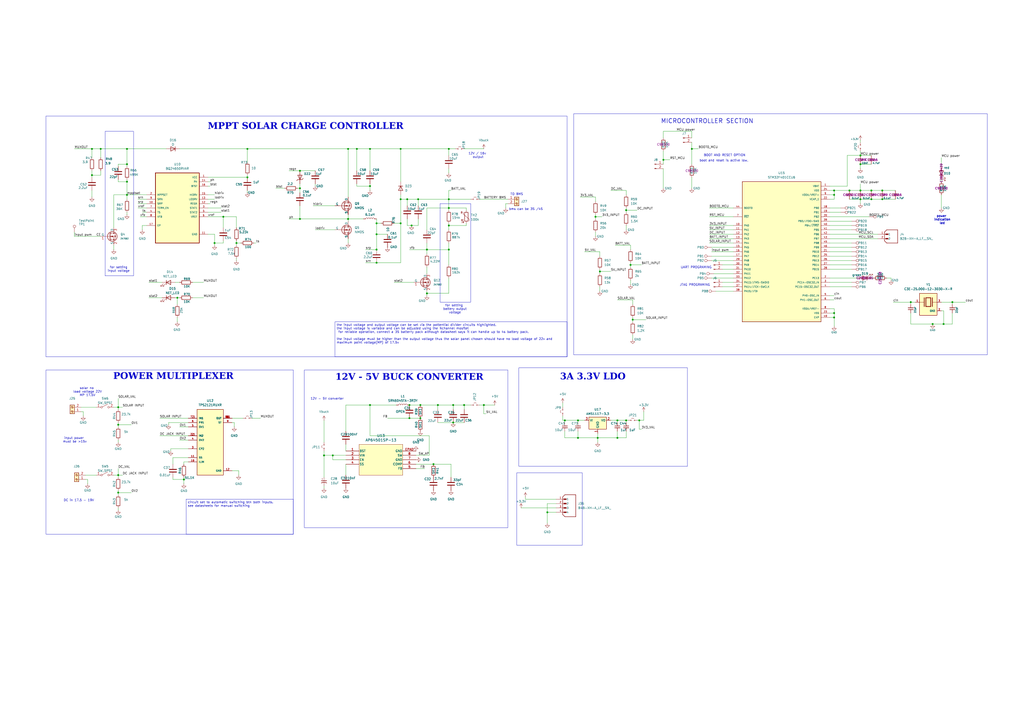
<source format=kicad_sch>
(kicad_sch (version 20250114) (generator "eeschema") (generator_version "9.0")
  (paper "A2")
  (title_block (title "POWER SCHEMATIC") (date "2025-11-03") (rev "V-1.1") (company "AdeMNEA IoT-ra") (comment 1 "Designed By TN Muhanguzi") (comment 2 "For MPSE Research at Makerere University"))
  (rectangle (start 300.99 213.36) (end 398.78 270.51))
  (rectangle (start 299.72 274.32) (end 337.82 316.23))
  (rectangle (start 255.27 118.11) (end 273.05 175.26))
  (rectangle (start 176.53 214.63) (end 294.64 306.07))
  (rectangle (start 332.74 66.04) (end 572.77 205.74))
  (rectangle (start 26.67 67.31) (end 328.93 207.01))
  (rectangle (start 26.67 214.63) (end 170.18 309.88))
  (rectangle (start 60.96 76.2) (end 77.47 160.02))
  (text "boot and reset is active low, " (at 420.37 93.218 0) (effects (font (size 1.27 1.27))))
  (text "power \nindication\nled" (at 546.608 127.508 0) (effects (font (size 1.27 1.27) (thickness 0.254) (bold yes))))
  (text "for setting\n battery output\n voltage" (at 263.398 179.324 0) (effects (font (size 1.27 1.27))))
  (text "12V / 16v\n output" (at 276.86 90.17 0) (effects (font (size 1.27 1.27))))
  (text "UART PROGRAMING" (at 403.86 155.194 0) (effects (font (size 1.27 1.27))))
  (text "MPPT SOLAR CHARGE CONTROLLER" (at 177.292 74.422 0) (effects (font (size 3.81 3.81) (bold yes))))
  (text "JTAG PROGRAMING" (at 403.098 165.354 0) (effects (font (size 1.27 1.27))))
  (text "POWER MULTIPLEXER" (at 100.584 219.456 0) (effects (font (size 3.81 3.81) (bold yes))))
  (text "input power\n must be >15v" (at 42.926 255.27 0) (effects (font (size 1.27 1.27))))
  (text "MICROCONTROLLER SECTION" (at 410.21 70.358 0) (effects (font (size 2.54 2.54) (thickness 0.254) (bold yes))))
  (text "BOOT AND RESET OPTION" (at 420.37 90.17 0) (effects (font (size 1.27 1.27) (thickness 0.1588))))
  (text "3A 3.3V LDO\n" (at 343.916 219.71 0) (effects (font (size 3.81 3.81) (bold yes))))
  (text "bms can be 3S /4S" (at 305.054 121.412 0) (effects (font (size 1.27 1.27))))
  (text "12V - 5V BUCK CONVERTER" (at 237.49 219.964 0) (effects (font (size 3.81 3.81) (bold yes))))
  (text "TO BMS " (at 300.228 112.776 0) (effects (font (size 1.27 1.27))))
  (text "DC in 17.5 - 19V" (at 45.72 290.322 0) (effects (font (size 1.27 1.27))))
  (text "solar no \nload voltage 22V\nMP 17.5V" (at 50.8 227.33 0) (effects (font (size 1.27 1.27))))
  (text "for setting\ninput voltage" (at 68.834 156.21 0) (effects (font (size 1.27 1.27))))
  (text "12V - 5V converter" (at 189.738 231.394 0) (effects (font (size 1.27 1.27))))
  (text_box "circuit set to automatic switching btn both inputs.\nsee datasheets for manual switching" (at 107.95 289.56 0) (size 62.23 20.32) (margins 0.9525 0.9525 0.9525 0.9525) (effects (font (size 1.27 1.27)) (justify left top)))
  (text_box "the input voltage and output voltage can be set via the pottential divider circuits highlighted.\nthe input voltage is variable and can be adjusted using the Nchannel mosftet \n for reliable operation, connect a 3S batterry pack although datasheet says it can handle up to 4s battery pack.\n\nthe input voltage must be higher than the output voltage thus the solar panel chosen should have no load voltage of 22v and maximum point voltage(MP) of 17.5v\n" (at 194.31 186.69 0) (size 134.62 20.32) (margins 0.9525 0.9525 0.9525 0.9525) (effects (font (size 1.27 1.27)) (justify left top)))
  (junction (at 68.58 275.59))
  (junction (at 345.44 125.73))
  (junction (at 238.76 130.81))
  (junction (at 53.34 86.36))
  (junction (at 214.63 107.95))
  (junction (at 102.87 172.72))
  (junction (at 143.51 86.36))
  (junction (at 483.87 181.61))
  (junction (at 505.46 115.57))
  (junction (at 242.57 115.57))
  (junction (at 173.99 99.06))
  (junction (at 232.41 86.36))
  (junction (at 260.35 120.65))
  (junction (at 269.24 234.95))
  (junction (at 363.22 121.92))
  (junction (at 236.22 115.57))
  (junction (at 260.35 144.78))
  (junction (at 201.93 86.36))
  (junction (at 237.49 242.57))
  (junction (at 327.66 243.84))
  (junction (at 68.58 236.22))
  (junction (at 232.41 129.54))
  (junction (at 260.35 130.81))
  (junction (at 73.66 86.36))
  (junction (at 401.32 86.36))
  (junction (at 58.42 86.36))
  (junction (at 237.49 234.95))
  (junction (at 384.81 92.71))
  (junction (at 260.35 115.57))
  (junction (at 173.99 127))
  (junction (at 511.81 110.49))
  (junction (at 207.01 86.36))
  (junction (at 247.65 170.18))
  (junction (at 173.99 109.22))
  (junction (at 260.35 86.36))
  (junction (at 187.96 264.16))
  (junction (at 358.14 254))
  (junction (at 53.34 101.6))
  (junction (at 499.11 115.57))
  (junction (at 528.32 175.26))
  (junction (at 68.58 285.75))
  (junction (at 243.84 242.57))
  (junction (at 499.11 110.49))
  (junction (at 218.44 135.89))
  (junction (at 335.28 243.84))
  (junction (at 218.44 152.4))
  (junction (at 505.46 110.49))
  (junction (at 251.46 269.24))
  (junction (at 247.65 144.78))
  (junction (at 483.87 110.49))
  (junction (at 73.66 105.41))
  (junction (at 137.16 140.97))
  (junction (at 214.63 234.95))
  (junction (at 370.84 243.84))
  (junction (at 363.22 243.84))
  (junction (at 262.89 234.95))
  (junction (at 358.14 243.84))
  (junction (at 106.68 278.13))
  (junction (at 201.93 127))
  (junction (at 365.76 153.67))
  (junction (at 367.03 185.42))
  (junction (at 541.02 187.96))
  (junction (at 499.11 95.25))
  (junction (at 214.63 86.36))
  (junction (at 547.37 187.96))
  (junction (at 511.81 115.57))
  (junction (at 492.76 110.49))
  (junction (at 73.66 113.03))
  (junction (at 483.87 113.03))
  (junction (at 254 234.95))
  (junction (at 499.11 90.17))
  (junction (at 193.04 264.16))
  (junction (at 335.28 254))
  (junction (at 243.84 234.95))
  (junction (at 232.41 115.57))
  (junction (at 218.44 144.78))
  (junction (at 262.89 245.11))
  (junction (at 280.67 234.95))
  (junction (at 68.58 246.38))
  (junction (at 218.44 129.54))
  (junction (at 73.66 95.25))
  (junction (at 317.5 297.18))
  (junction (at 483.87 184.15))
  (junction (at 143.51 102.87))
  (junction (at 124.46 140.97))
  (junction (at 129.54 125.73))
  (junction (at 346.71 254))
  (junction (at 552.45 175.26))
  (junction (at 347.98 157.48))
  (wire (pts (xy 411.48 140.97) (xy 425.45 140.97)))
  (wire (pts (xy 80.01 118.11) (xy 85.09 118.11)))
  (wire (pts (xy 546.1 180.34) (xy 547.37 180.34)))
  (wire (pts (xy 270.51 121.92) (xy 270.51 120.65)))
  (wire (pts (xy 411.48 138.43) (xy 425.45 138.43)))
  (wire (pts (xy 82.55 130.81) (xy 82.55 133.35)))
  (wire (pts (xy 294.64 118.11) (xy 293.37 118.11)))
  (wire (pts (xy 218.44 135.89) (xy 224.79 135.89)))
  (wire (pts (xy 411.48 130.81) (xy 425.45 130.81)))
  (wire (pts (xy 100.33 276.86) (xy 100.33 278.13)))
  (wire (pts (xy 494.03 143.51) (xy 481.33 143.51)))
  (wire (pts (xy 260.35 86.36) (xy 264.16 86.36)))
  (wire (pts (xy 228.6 163.83) (xy 240.03 163.83)))
  (wire (pts (xy 68.58 105.41) (xy 73.66 105.41)))
  (wire (pts (xy 92.71 252.73) (xy 109.22 252.73)))
  (wire (pts (xy 232.41 115.57) (xy 232.41 129.54)))
  (wire (pts (xy 86.36 163.83) (xy 93.98 163.83)))
  (wire (pts (xy 494.03 148.59) (xy 481.33 148.59)))
  (wire (pts (xy 365.76 153.67) (xy 365.76 154.94)))
  (wire (pts (xy 220.98 129.54) (xy 218.44 129.54)))
  (wire (pts (xy 327.66 243.84) (xy 327.66 245.11)))
  (wire (pts (xy 494.03 146.05) (xy 481.33 146.05)))
  (wire (pts (xy 483.87 181.61) (xy 483.87 179.07)))
  (wire (pts (xy 214.63 86.36) (xy 214.63 99.06)))
  (wire (pts (xy 370.84 243.84) (xy 373.38 243.84)))
  (wire (pts (xy 514.35 161.29) (xy 516.89 161.29)))
  (wire (pts (xy 499.11 115.57) (xy 499.11 118.11)))
  (wire (pts (xy 200.66 269.24) (xy 200.66 275.59)))
  (wire (pts (xy 50.8 278.13) (xy 50.8 280.67)))
  (wire (pts (xy 218.44 135.89) (xy 218.44 144.78)))
  (wire (pts (xy 335.28 243.84) (xy 339.09 243.84)))
  (wire (pts (xy 494.03 163.83) (xy 481.33 163.83)))
  (wire (pts (xy 363.22 121.92) (xy 363.22 123.19)))
  (wire (pts (xy 247.65 140.97) (xy 247.65 144.78)))
  (wire (pts (xy 363.22 120.65) (xy 363.22 121.92)))
  (wire (pts (xy 66.04 113.03) (xy 73.66 113.03)))
  (wire (pts (xy 109.22 267.97) (xy 106.68 267.97)))
  (wire (pts (xy 66.04 275.59) (xy 68.58 275.59)))
  (wire (pts (xy 212.09 144.78) (xy 218.44 144.78)))
  (wire (pts (xy 137.16 139.7) (xy 137.16 140.97)))
  (wire (pts (xy 505.46 161.29) (xy 506.73 161.29)))
  (wire (pts (xy 481.33 161.29) (xy 497.84 161.29)))
  (wire (pts (xy 499.11 87.63) (xy 499.11 90.17)))
  (wire (pts (xy 547.37 180.34) (xy 547.37 187.96)))
  (wire (pts (xy 247.65 120.65) (xy 260.35 120.65)))
  (wire (pts (xy 499.11 90.17) (xy 491.49 90.17)))
  (wire (pts (xy 367.03 184.15) (xy 367.03 185.42)))
  (wire (pts (xy 499.11 95.25) (xy 505.46 95.25)))
  (wire (pts (xy 111.76 172.72) (xy 118.11 172.72)))
  (wire (pts (xy 494.03 151.13) (xy 481.33 151.13)))
  (wire (pts (xy 104.14 255.27) (xy 109.22 255.27)))
  (wire (pts (xy 73.66 95.25) (xy 73.66 96.52)))
  (wire (pts (xy 68.58 285.75) (xy 68.58 287.02)))
  (wire (pts (xy 494.03 166.37) (xy 481.33 166.37)))
  (wire (pts (xy 247.65 170.18) (xy 247.65 171.45)))
  (wire (pts (xy 58.42 99.06) (xy 58.42 101.6)))
  (wire (pts (xy 384.81 76.2) (xy 384.81 80.01)))
  (wire (pts (xy 481.33 181.61) (xy 483.87 181.61)))
  (wire (pts (xy 363.22 121.92) (xy 369.57 121.92)))
  (wire (pts (xy 102.87 172.72) (xy 102.87 176.53)))
  (wire (pts (xy 200.66 234.95) (xy 200.66 250.19)))
  (wire (pts (xy 270.51 129.54) (xy 270.51 130.81)))
  (wire (pts (xy 345.44 125.73) (xy 349.25 125.73)))
  (wire (pts (xy 260.35 170.18) (xy 247.65 170.18)))
  (wire (pts (xy 106.68 276.86) (xy 106.68 278.13)))
  (wire (pts (xy 200.66 257.81) (xy 200.66 261.62)))
  (wire (pts (xy 81.28 125.73) (xy 85.09 125.73)))
  (wire (pts (xy 254 234.95) (xy 254 237.49)))
  (wire (pts (xy 109.22 260.35) (xy 99.06 260.35)))
  (wire (pts (xy 124.46 140.97) (xy 124.46 142.24)))
  (wire (pts (xy 546.1 104.14) (xy 546.1 105.41)))
  (wire (pts (xy 247.65 144.78) (xy 260.35 144.78)))
  (wire (pts (xy 143.51 86.36) (xy 201.93 86.36)))
  (wire (pts (xy 384.81 97.79) (xy 384.81 109.22)))
  (wire (pts (xy 68.58 104.14) (xy 68.58 105.41)))
  (wire (pts (xy 499.11 115.57) (xy 505.46 115.57)))
  (wire (pts (xy 326.39 241.3) (xy 326.39 243.84)))
  (wire (pts (xy 172.72 109.22) (xy 173.99 109.22)))
  (wire (pts (xy 97.79 245.11) (xy 97.79 246.38)))
  (wire (pts (xy 541.02 187.96) (xy 528.32 187.96)))
  (wire (pts (xy 358.14 250.19) (xy 358.14 254)))
  (wire (pts (xy 201.93 124.46) (xy 201.93 127)))
  (wire (pts (xy 483.87 113.03) (xy 483.87 110.49)))
  (wire (pts (xy 120.65 102.87) (xy 143.51 102.87)))
  (wire (pts (xy 254 234.95) (xy 262.89 234.95)))
  (wire (pts (xy 129.54 139.7) (xy 129.54 140.97)))
  (wire (pts (xy 124.46 115.57) (xy 120.65 115.57)))
  (wire (pts (xy 143.51 110.49) (xy 143.51 111.76)))
  (wire (pts (xy 363.22 250.19) (xy 363.22 254)))
  (wire (pts (xy 304.8 289.56) (xy 304.8 288.29)))
  (wire (pts (xy 327.66 254) (xy 335.28 254)))
  (wire (pts (xy 207.01 106.68) (xy 207.01 107.95)))
  (wire (pts (xy 528.32 175.26) (xy 530.86 175.26)))
  (wire (pts (xy 124.46 135.89) (xy 124.46 140.97)))
  (wire (pts (xy 528.32 187.96) (xy 528.32 181.61)))
  (wire (pts (xy 181.61 119.38) (xy 194.31 119.38)))
  (wire (pts (xy 317.5 297.18) (xy 317.5 303.53)))
  (wire (pts (xy 73.66 113.03) (xy 73.66 115.57)))
  (wire (pts (xy 327.66 250.19) (xy 327.66 254)))
  (wire (pts (xy 547.37 187.96) (xy 541.02 187.96)))
  (wire (pts (xy 182.88 133.35) (xy 194.31 133.35)))
  (wire (pts (xy 326.39 233.68) (xy 326.39 236.22)))
  (wire (pts (xy 483.87 189.23) (xy 483.87 184.15)))
  (wire (pts (xy 124.46 113.03) (xy 120.65 113.03)))
  (wire (pts (xy 43.18 134.62) (xy 43.18 137.16)))
  (wire (pts (xy 335.28 243.84) (xy 335.28 245.11)))
  (wire (pts (xy 173.99 99.06) (xy 182.88 99.06)))
  (wire (pts (xy 483.87 115.57) (xy 483.87 113.03)))
  (wire (pts (xy 120.65 135.89) (xy 124.46 135.89)))
  (wire (pts (xy 106.68 267.97) (xy 106.68 269.24)))
  (wire (pts (xy 494.03 133.35) (xy 481.33 133.35)))
  (wire (pts (xy 370.84 248.92) (xy 370.84 243.84)))
  (wire (pts (xy 248.92 264.16) (xy 248.92 252.73)))
  (wire (pts (xy 242.57 115.57) (xy 260.35 115.57)))
  (wire (pts (xy 173.99 127) (xy 201.93 127)))
  (wire (pts (xy 483.87 110.49) (xy 492.76 110.49)))
  (wire (pts (xy 260.35 129.54) (xy 260.35 130.81)))
  (wire (pts (xy 201.93 86.36) (xy 201.93 114.3)))
  (wire (pts (xy 214.63 252.73) (xy 214.63 234.95)))
  (wire (pts (xy 68.58 275.59) (xy 71.12 275.59)))
  (wire (pts (xy 187.96 264.16) (xy 193.04 264.16)))
  (wire (pts (xy 187.96 261.62) (xy 187.96 264.16)))
  (wire (pts (xy 237.49 242.57) (xy 243.84 242.57)))
  (wire (pts (xy 68.58 275.59) (xy 68.58 276.86)))
  (wire (pts (xy 367.03 185.42) (xy 374.65 185.42)))
  (wire (pts (xy 401.32 76.2) (xy 384.81 76.2)))
  (wire (pts (xy 326.39 243.84) (xy 327.66 243.84)))
  (wire (pts (xy 511.81 110.49) (xy 519.43 110.49)))
  (wire (pts (xy 411.48 125.73) (xy 425.45 125.73)))
  (wire (pts (xy 73.66 104.14) (xy 73.66 105.41)))
  (wire (pts (xy 411.48 133.35) (xy 425.45 133.35)))
  (wire (pts (xy 242.57 130.81) (xy 238.76 130.81)))
  (wire (pts (xy 365.76 144.78) (xy 365.76 142.24)))
  (wire (pts (xy 317.5 292.1) (xy 317.5 297.18)))
  (wire (pts (xy 43.18 86.36) (xy 53.34 86.36)))
  (wire (pts (xy 346.71 251.46) (xy 346.71 254)))
  (wire (pts (xy 236.22 130.81) (xy 236.22 127)))
  (wire (pts (xy 401.32 82.55) (xy 401.32 86.36)))
  (wire (pts (xy 46.99 238.76) (xy 48.26 238.76)))
  (wire (pts (xy 68.58 284.48) (xy 68.58 285.75)))
  (wire (pts (xy 347.98 148.59) (xy 347.98 146.05)))
  (wire (pts (xy 120.65 120.65) (xy 128.27 120.65)))
  (wire (pts (xy 280.67 234.95) (xy 287.02 234.95)))
  (wire (pts (xy 68.58 255.27) (xy 68.58 256.54)))
  (wire (pts (xy 73.66 105.41) (xy 73.66 113.03)))
  (wire (pts (xy 68.58 95.25) (xy 73.66 95.25)))
  (wire (pts (xy 356.87 142.24) (xy 365.76 142.24)))
  (wire (pts (xy 120.65 123.19) (xy 128.27 123.19)))
  (wire (pts (xy 237.49 144.78) (xy 247.65 144.78)))
  (wire (pts (xy 317.5 297.18) (xy 322.58 297.18)))
  (wire (pts (xy 73.66 86.36) (xy 73.66 95.25)))
  (wire (pts (xy 236.22 115.57) (xy 236.22 119.38)))
  (wire (pts (xy 260.35 161.29) (xy 260.35 170.18)))
  (wire (pts (xy 241.3 271.78) (xy 246.38 271.78)))
  (wire (pts (xy 481.33 173.99) (xy 483.87 173.99)))
  (wire (pts (xy 487.68 120.65) (xy 481.33 120.65)))
  (wire (pts (xy 247.65 147.32) (xy 247.65 144.78)))
  (wire (pts (xy 260.35 115.57) (xy 273.05 115.57)))
  (wire (pts (xy 278.13 115.57) (xy 294.64 115.57)))
  (wire (pts (xy 270.51 130.81) (xy 260.35 130.81)))
  (wire (pts (xy 363.22 254) (xy 358.14 254)))
  (wire (pts (xy 68.58 294.64) (xy 68.58 295.91)))
  (wire (pts (xy 483.87 184.15) (xy 483.87 181.61)))
  (wire (pts (xy 260.35 115.57) (xy 260.35 120.65)))
  (wire (pts (xy 138.43 273.05) (xy 138.43 275.59)))
  (wire (pts (xy 173.99 119.38) (xy 173.99 127)))
  (wire (pts (xy 481.33 113.03) (xy 483.87 113.03)))
  (wire (pts (xy 66.04 142.24) (xy 66.04 144.78)))
  (wire (pts (xy 367.03 185.42) (xy 367.03 186.69)))
  (wire (pts (xy 193.04 264.16) (xy 200.66 264.16)))
  (wire (pts (xy 247.65 133.35) (xy 247.65 120.65)))
  (wire (pts (xy 261.62 110.49) (xy 260.35 110.49)))
  (wire (pts (xy 53.34 86.36) (xy 53.34 91.44)))
  (wire (pts (xy 238.76 130.81) (xy 236.22 130.81)))
  (wire (pts (xy 242.57 127) (xy 242.57 130.81)))
  (wire (pts (xy 201.93 138.43) (xy 201.93 140.97)))
  (wire (pts (xy 232.41 86.36) (xy 260.35 86.36)))
  (wire (pts (xy 552.45 187.96) (xy 547.37 187.96)))
  (wire (pts (xy 201.93 127) (xy 210.82 127)))
  (wire (pts (xy 147.32 140.97) (xy 148.59 140.97)))
  (wire (pts (xy 242.57 115.57) (xy 242.57 119.38)))
  (wire (pts (xy 412.75 146.05) (xy 425.45 146.05)))
  (wire (pts (xy 76.2 285.75) (xy 68.58 285.75)))
  (wire (pts (xy 419.1 156.21) (xy 425.45 156.21)))
  (wire (pts (xy 384.81 87.63) (xy 384.81 92.71)))
  (wire (pts (xy 129.54 125.73) (xy 120.65 125.73)))
  (wire (pts (xy 260.35 140.97) (xy 260.35 144.78)))
  (wire (pts (xy 278.13 234.95) (xy 280.67 234.95)))
  (wire (pts (xy 237.49 234.95) (xy 243.84 234.95)))
  (wire (pts (xy 260.35 120.65) (xy 270.51 120.65)))
  (wire (pts (xy 481.33 135.89) (xy 509.27 135.89)))
  (wire (pts (xy 121.92 118.11) (xy 120.65 118.11)))
  (wire (pts (xy 322.58 292.1) (xy 317.5 292.1)))
  (wire (pts (xy 261.62 269.24) (xy 261.62 276.86)))
  (wire (pts (xy 401.32 76.2) (xy 401.32 80.01)))
  (wire (pts (xy 494.03 128.27) (xy 481.33 128.27)))
  (wire (pts (xy 100.33 265.43) (xy 100.33 269.24)))
  (wire (pts (xy 248.92 252.73) (xy 214.63 252.73)))
  (wire (pts (xy 96.52 86.36) (xy 73.66 86.36)))
  (wire (pts (xy 401.32 86.36) (xy 405.13 86.36)))
  (wire (pts (xy 280.67 240.03) (xy 280.67 234.95)))
  (wire (pts (xy 281.94 240.03) (xy 280.67 240.03)))
  (wire (pts (xy 134.62 245.11) (xy 135.89 245.11)))
  (wire (pts (xy 494.03 156.21) (xy 481.33 156.21)))
  (wire (pts (xy 134.62 242.57) (xy 140.97 242.57)))
  (wire (pts (xy 483.87 179.07) (xy 481.33 179.07)))
  (wire (pts (xy 354.33 243.84) (xy 358.14 243.84)))
  (wire (pts (xy 384.81 92.71) (xy 388.62 92.71)))
  (wire (pts (xy 384.81 92.71) (xy 384.81 95.25)))
  (wire (pts (xy 492.76 110.49) (xy 499.11 110.49)))
  (wire (pts (xy 491.49 107.95) (xy 481.33 107.95)))
  (wire (pts (xy 499.11 110.49) (xy 505.46 110.49)))
  (wire (pts (xy 363.22 243.84) (xy 364.49 243.84)))
  (wire (pts (xy 401.32 86.36) (xy 401.32 95.25)))
  (wire (pts (xy 121.92 107.95) (xy 120.65 107.95)))
  (wire (pts (xy 499.11 95.25) (xy 499.11 97.79)))
  (wire (pts (xy 336.55 114.3) (xy 345.44 114.3)))
  (wire (pts (xy 492.76 115.57) (xy 499.11 115.57)))
  (wire (pts (xy 137.16 132.08) (xy 137.16 125.73)))
  (wire (pts (xy 358.14 243.84) (xy 363.22 243.84)))
  (wire (pts (xy 173.99 109.22) (xy 173.99 111.76)))
  (wire (pts (xy 552.45 175.26) (xy 560.07 175.26)))
  (wire (pts (xy 365.76 152.4) (xy 365.76 153.67)))
  (wire (pts (xy 260.35 120.65) (xy 260.35 121.92)))
  (wire (pts (xy 218.44 129.54) (xy 218.44 135.89)))
  (wire (pts (xy 546.1 113.03) (xy 546.1 120.65)))
  (wire (pts (xy 481.33 184.15) (xy 483.87 184.15)))
  (wire (pts (xy 363.22 113.03) (xy 363.22 110.49)))
  (wire (pts (xy 137.16 140.97) (xy 139.7 140.97)))
  (wire (pts (xy 251.46 269.24) (xy 261.62 269.24)))
  (wire (pts (xy 58.42 101.6) (xy 53.34 101.6)))
  (wire (pts (xy 58.42 86.36) (xy 58.42 91.44)))
  (wire (pts (xy 66.04 236.22) (xy 68.58 236.22)))
  (wire (pts (xy 53.34 99.06) (xy 53.34 101.6)))
  (wire (pts (xy 247.65 154.94) (xy 247.65 158.75)))
  (wire (pts (xy 228.6 129.54) (xy 232.41 129.54)))
  (wire (pts (xy 516.89 161.29) (xy 516.89 162.56)))
  (wire (pts (xy 232.41 105.41) (xy 232.41 86.36)))
  (wire (pts (xy 327.66 243.84) (xy 335.28 243.84)))
  (wire (pts (xy 269.24 234.95) (xy 273.05 234.95)))
  (wire (pts (xy 224.79 242.57) (xy 237.49 242.57)))
  (wire (pts (xy 68.58 236.22) (xy 68.58 237.49)))
  (wire (pts (xy 200.66 234.95) (xy 214.63 234.95)))
  (wire (pts (xy 412.75 151.13) (xy 425.45 151.13)))
  (wire (pts (xy 411.48 135.89) (xy 425.45 135.89)))
  (wire (pts (xy 187.96 264.16) (xy 187.96 276.86)))
  (wire (pts (xy 214.63 234.95) (xy 229.87 234.95)))
  (wire (pts (xy 218.44 127) (xy 218.44 129.54)))
  (wire (pts (xy 358.14 173.99) (xy 367.03 173.99)))
  (wire (pts (xy 269.24 234.95) (xy 269.24 237.49)))
  (wire (pts (xy 82.55 123.19) (xy 85.09 123.19)))
  (wire (pts (xy 347.98 157.48) (xy 347.98 158.75)))
  (wire (pts (xy 401.32 102.87) (xy 401.32 109.22)))
  (wire (pts (xy 160.02 109.22) (xy 165.1 109.22)))
  (wire (pts (xy 73.66 113.03) (xy 85.09 113.03)))
  (wire (pts (xy 193.04 264.16) (xy 193.04 266.7)))
  (wire (pts (xy 419.1 153.67) (xy 425.45 153.67)))
  (wire (pts (xy 499.11 106.68) (xy 499.11 110.49)))
  (wire (pts (xy 68.58 271.78) (xy 68.58 275.59)))
  (wire (pts (xy 102.87 184.15) (xy 102.87 186.69)))
  (wire (pts (xy 552.45 181.61) (xy 552.45 187.96)))
  (wire (pts (xy 212.09 152.4) (xy 218.44 152.4)))
  (wire (pts (xy 49.53 275.59) (xy 55.88 275.59)))
  (wire (pts (xy 415.29 168.91) (xy 425.45 168.91)))
  (wire (pts (xy 339.09 146.05) (xy 347.98 146.05)))
  (wire (pts (xy 48.26 238.76) (xy 48.26 241.3)))
  (wire (pts (xy 358.14 254) (xy 346.71 254)))
  (wire (pts (xy 345.44 116.84) (xy 345.44 114.3)))
  (wire (pts (xy 411.48 120.65) (xy 425.45 120.65)))
  (wire (pts (xy 146.05 242.57) (xy 151.13 242.57)))
  (wire (pts (xy 120.65 105.41) (xy 121.92 105.41)))
  (wire (pts (xy 53.34 110.49) (xy 53.34 114.3)))
  (wire (pts (xy 218.44 152.4) (xy 232.41 152.4)))
  (wire (pts (xy 104.14 247.65) (xy 109.22 247.65)))
  (wire (pts (xy 167.64 127) (xy 173.99 127)))
  (wire (pts (xy 137.16 125.73) (xy 129.54 125.73)))
  (wire (pts (xy 134.62 273.05) (xy 138.43 273.05)))
  (wire (pts (xy 92.71 242.57) (xy 109.22 242.57)))
  (wire (pts (xy 201.93 127) (xy 201.93 128.27)))
  (wire (pts (xy 505.46 110.49) (xy 511.81 110.49)))
  (wire (pts (xy 243.84 234.95) (xy 254 234.95)))
  (wire (pts (xy 260.35 144.78) (xy 260.35 153.67)))
  (wire (pts (xy 193.04 266.7) (xy 200.66 266.7)))
  (wire (pts (xy 68.58 245.11) (xy 68.58 246.38)))
  (wire (pts (xy 302.26 294.64) (xy 322.58 294.64)))
  (wire (pts (xy 346.71 254) (xy 335.28 254)))
  (wire (pts (xy 546.1 175.26) (xy 552.45 175.26)))
  (wire (pts (xy 53.34 86.36) (xy 58.42 86.36)))
  (wire (pts (xy 214.63 107.95) (xy 214.63 110.49)))
  (wire (pts (xy 173.99 106.68) (xy 173.99 109.22)))
  (wire (pts (xy 481.33 115.57) (xy 483.87 115.57)))
  (wire (pts (xy 111.76 163.83) (xy 118.11 163.83)))
  (wire (pts (xy 345.44 134.62) (xy 345.44 137.16)))
  (wire (pts (xy 345.44 124.46) (xy 345.44 125.73)))
  (wire (pts (xy 358.14 243.84) (xy 358.14 245.11)))
  (wire (pts (xy 86.36 172.72) (xy 93.98 172.72)))
  (wire (pts (xy 367.03 194.31) (xy 367.03 196.85)))
  (wire (pts (xy 481.33 125.73) (xy 504.19 125.73)))
  (wire (pts (xy 207.01 86.36) (xy 207.01 99.06)))
  (wire (pts (xy 262.89 234.95) (xy 262.89 237.49)))
  (wire (pts (xy 260.35 130.81) (xy 260.35 133.35)))
  (wire (pts (xy 419.1 163.83) (xy 425.45 163.83)))
  (wire (pts (xy 262.89 245.11) (xy 269.24 245.11)))
  (wire (pts (xy 232.41 115.57) (xy 236.22 115.57)))
  (wire (pts (xy 269.24 86.36) (xy 280.67 86.36)))
  (wire (pts (xy 365.76 153.67) (xy 372.11 153.67)))
  (wire (pts (xy 347.98 156.21) (xy 347.98 157.48)))
  (wire (pts (xy 505.46 115.57) (xy 511.81 115.57)))
  (wire (pts (xy 347.98 157.48) (xy 354.33 157.48)))
  (wire (pts (xy 80.01 120.65) (xy 85.09 120.65)))
  (wire (pts (xy 487.68 123.19) (xy 481.33 123.19)))
  (wire (pts (xy 518.16 175.26) (xy 528.32 175.26)))
  (wire (pts (xy 494.03 130.81) (xy 481.33 130.81)))
  (wire (pts (xy 260.35 86.36) (xy 260.35 90.17)))
  (wire (pts (xy 101.6 163.83) (xy 104.14 163.83)))
  (wire (pts (xy 99.06 260.35) (xy 99.06 261.62)))
  (wire (pts (xy 481.33 171.45) (xy 483.87 171.45)))
  (wire (pts (xy 363.22 243.84) (xy 363.22 245.11)))
  (wire (pts (xy 236.22 115.57) (xy 242.57 115.57)))
  (wire (pts (xy 167.64 99.06) (xy 173.99 99.06)))
  (wire (pts (xy 260.35 97.79) (xy 260.35 100.33)))
  (wire (pts (xy 68.58 96.52) (xy 68.58 95.25)))
  (wire (pts (xy 412.75 143.51) (xy 425.45 143.51)))
  (wire (pts (xy 494.03 140.97) (xy 481.33 140.97)))
  (wire (pts (xy 347.98 166.37) (xy 347.98 168.91)))
  (wire (pts (xy 414.02 158.75) (xy 425.45 158.75)))
  (wire (pts (xy 68.58 231.14) (xy 68.58 236.22)))
  (wire (pts (xy 345.44 125.73) (xy 345.44 127)))
  (wire (pts (xy 102.87 172.72) (xy 104.14 172.72)))
  (wire (pts (xy 262.89 234.95) (xy 269.24 234.95)))
  (wire (pts (xy 346.71 256.54) (xy 346.71 254)))
  (wire (pts (xy 369.57 243.84) (xy 370.84 243.84)))
  (wire (pts (xy 100.33 278.13) (xy 106.68 278.13)))
  (wire (pts (xy 335.28 254) (xy 335.28 250.19)))
  (wire (pts (xy 232.41 113.03) (xy 232.41 115.57)))
  (wire (pts (xy 412.75 161.29) (xy 425.45 161.29)))
  (wire (pts (xy 73.66 86.36) (xy 58.42 86.36)))
  (wire (pts (xy 509.27 138.43) (xy 481.33 138.43)))
  (wire (pts (xy 419.1 166.37) (xy 425.45 166.37)))
  (wire (pts (xy 201.93 86.36) (xy 207.01 86.36)))
  (wire (pts (xy 372.11 248.92) (xy 370.84 248.92)))
  (wire (pts (xy 207.01 86.36) (xy 214.63 86.36)))
  (wire (pts (xy 106.68 278.13) (xy 106.68 280.67)))
  (wire (pts (xy 137.16 149.86) (xy 137.16 151.13)))
  (wire (pts (xy 66.04 132.08) (xy 66.04 113.03)))
  (wire (pts (xy 143.51 86.36) (xy 143.51 93.98)))
  (wire (pts (xy 367.03 176.53) (xy 367.03 173.99)))
  (wire (pts (xy 494.03 153.67) (xy 481.33 153.67)))
  (wire (pts (xy 232.41 129.54) (xy 232.41 152.4)))
  (wire (pts (xy 481.33 110.49) (xy 483.87 110.49)))
  (wire (pts (xy 187.96 243.84) (xy 187.96 256.54)))
  (wire (pts (xy 101.6 172.72) (xy 102.87 172.72)))
  (wire (pts (xy 247.65 168.91) (xy 247.65 170.18)))
  (wire (pts (xy 143.51 101.6) (xy 143.51 102.87)))
  (wire (pts (xy 109.22 245.11) (xy 97.79 245.11)))
  (wire (pts (xy 528.32 175.26) (xy 528.32 176.53)))
  (wire (pts (xy 53.34 101.6) (xy 53.34 102.87)))
  (wire (pts (xy 135.89 245.11) (xy 135.89 247.65)))
  (wire (pts (xy 49.53 278.13) (xy 50.8 278.13)))
  (wire (pts (xy 254 245.11) (xy 262.89 245.11)))
  (wire (pts (xy 46.99 236.22) (xy 55.88 236.22)))
  (wire (pts (xy 546.1 91.44) (xy 546.1 96.52)))
  (wire (pts (xy 187.96 281.94) (xy 187.96 283.21)))
  (wire (pts (xy 499.11 90.17) (xy 505.46 90.17)))
  (wire (pts (xy 499.11 81.28) (xy 499.11 82.55)))
  (wire (pts (xy 76.2 246.38) (xy 68.58 246.38)))
  (wire (pts (xy 214.63 86.36) (xy 232.41 86.36)))
  (wire (pts (xy 68.58 236.22) (xy 71.12 236.22)))
  (wire (pts (xy 412.75 148.59) (xy 425.45 148.59)))
  (wire (pts (xy 304.8 289.56) (xy 322.58 289.56)))
  (wire (pts (xy 182.88 106.68) (xy 182.88 107.95)))
  (wire (pts (xy 241.3 269.24) (xy 251.46 269.24)))
  (wire (pts (xy 241.3 264.16) (xy 248.92 264.16)))
  (wire (pts (xy 373.38 238.76) (xy 373.38 243.84)))
  (wire (pts (xy 511.81 115.57) (xy 519.43 115.57)))
  (wire (pts (xy 365.76 162.56) (xy 365.76 165.1)))
  (wire (pts (xy 129.54 140.97) (xy 124.46 140.97)))
  (wire (pts (xy 552.45 175.26) (xy 552.45 176.53)))
  (wire (pts (xy 207.01 107.95) (xy 214.63 107.95)))
  (wire (pts (xy 293.37 118.11) (xy 293.37 120.65)))
  (wire (pts (xy 68.58 246.38) (xy 68.58 247.65)))
  (wire (pts (xy 80.01 115.57) (xy 85.09 115.57)))
  (wire (pts (xy 109.22 265.43) (xy 100.33 265.43)))
  (wire (pts (xy 104.14 86.36) (xy 143.51 86.36)))
  (wire (pts (xy 354.33 110.49) (xy 363.22 110.49)))
  (wire (pts (xy 73.66 123.19) (xy 73.66 124.46)))
  (wire (pts (xy 260.35 110.49) (xy 260.35 115.57)))
  (wire (pts (xy 214.63 106.68) (xy 214.63 107.95)))
  (wire (pts (xy 491.49 90.17) (xy 491.49 107.95)))
  (wire (pts (xy 85.09 130.81) (xy 82.55 130.81)))
  (wire (pts (xy 137.16 140.97) (xy 137.16 142.24)))
  (wire (pts (xy 43.18 137.16) (xy 58.42 137.16)))
  (wire (pts (xy 363.22 130.81) (xy 363.22 133.35)))
  (wire (pts (xy 129.54 125.73) (xy 129.54 132.08)))
  (label "3V3_INPUT" (at 349.25 125.73 0))
  (label "5V_INPUT" (at 411.48 133.35 0))
  (label "FB" (at 224.79 242.57 180))
  (label "ts" (at 148.59 140.97 0))
  (label "OV1" (at 76.2 246.38 0))
  (label "stat2" (at 228.6 163.83 0))
  (label "stat2" (at 128.27 120.65 0))
  (label "ph" (at 121.92 105.41 0))
  (label "SOLAR_INPUT" (at 374.65 185.42 0))
  (label "srp" (at 212.09 144.78 0))
  (label "regn" (at 167.64 99.06 0))
  (label "MUXOUT" (at 151.13 242.57 0))
  (label "RST_MCU" (at 388.62 92.71 0))
  (label "ph" (at 167.64 127 0))
  (label "MCU power" (at 392.43 76.2 0))
  (label "srp" (at 80.01 118.11 0))
  (label "OV1" (at 104.14 247.65 0))
  (label "3V3_INPUT" (at 411.48 130.81 0))
  (label "srn" (at 80.01 115.57 0))
  (label "SOLAR_VAL" (at 68.58 231.14 0))
  (label "MCU_SCL" (at 506.73 135.89 180))
  (label "btst" (at 160.02 109.22 0))
  (label "cin" (at 483.87 171.45 0))
  (label "ts" (at 82.55 123.19 0))
  (label "SOLAR INPUT" (at 92.71 242.57 0))
  (label "vfb" (at 81.28 125.73 0))
  (label "cout" (at 483.87 173.99 0))
  (label "DC_VAL" (at 354.33 110.49 0))
  (label "stat1" (at 86.36 163.83 0))
  (label "MCU_SDA" (at 506.73 138.43 180))
  (label "SW_AP" (at 248.92 264.16 180))
  (label "hidriv" (at 181.61 119.38 0))
  (label "BATT_INPUT" (at 372.11 153.67 0))
  (label "cin" (at 518.16 175.26 0))
  (label "srn" (at 212.09 152.4 0))
  (label "BATT_VAL" (at 356.87 142.24 0))
  (label "3V3_VAL" (at 372.11 248.92 0))
  (label "MUXOUT" (at 118.11 163.83 0))
  (label "5V_VAL" (at 281.94 240.03 0))
  (label "regn" (at 121.92 118.11 0))
  (label "5V_VAL" (at 339.09 146.05 0))
  (label "MCU power" (at 499.11 106.68 0))
  (label "SOLAR INPUT" (at 71.12 236.22 0))
  (label "FB" (at 246.38 271.78 180))
  (label "MUXOUT" (at 118.11 172.72 0))
  (label "stat2" (at 86.36 172.72 0))
  (label "SOLAR_VAL" (at 358.14 173.99 0))
  (label "hidriv" (at 124.46 113.03 0))
  (label "RST_MCU" (at 411.48 125.73 0))
  (label "MCU power" (at 499.11 90.17 0))
  (label "5V_INPUT" (at 354.33 157.48 0))
  (label "DC_INPUT" (at 369.57 121.92 0))
  (label "input pwm" (at 43.18 137.16 0))
  (label "DC_VAL" (at 68.58 271.78 0))
  (label "vref" (at 80.01 120.65 0))
  (label "BOOT0_MCU" (at 411.48 120.65 0))
  (label "btst" (at 121.92 107.95 0))
  (label "cout" (at 560.07 175.26 0))
  (label "CE" (at 55.88 137.16 0))
  (label "stat1" (at 128.27 123.19 0))
  (label "lodriv" (at 182.88 133.35 0))
  (label "lodriv" (at 124.46 115.57 0))
  (label "OV2" (at 104.14 255.27 0))
  (label "DC JACK INPUT" (at 92.71 252.73 0))
  (label "SOLAR_INPUT" (at 411.48 140.97 0))
  (label "MUXOUT" (at 43.18 86.36 0))
  (label "input pwm" (at 412.75 146.05 0))
  (label "OV2" (at 76.2 285.75 0))
  (label "BOOT1_MCU" (at 504.19 125.73 0))
  (label "3V3_VAL" (at 336.55 114.3 0))
  (label "DC_INPUT" (at 411.48 135.89 0))
  (label "MCU power" (at 546.1 91.44 0))
  (label "DC JACK INPUT" (at 71.12 275.59 0))
  (label "BATT_VAL" (at 261.62 110.49 0))
  (label "BATT_INPUT" (at 411.48 138.43 0))
  (label "BOOT0_MCU" (at 405.13 86.36 0))
  (label "vref" (at 120.65 125.73 0))
  (label "vfb" (at 237.49 144.78 0))
  (label "BATTERY BMS" (at 280.67 115.57 0))
  (label "mpptset" (at 73.66 113.03 0))
  (symbol (lib_id "Device:C_Small") (at 511.81 113.03 0) (unit 1)
    (property "Reference" "C69" (effects (hide yes)))
    (property "Value" "0.1uF" (at 512.445 114.935 0) (effects (font (size 1.016 1.016)) (justify left)))
    (property "Footprint" "Capacitor_SMD:C_0603_1608Metric" (effects (hide yes)))
    (property "Description" "Unpolarized capacitor, small symbol" (effects (hide yes)))
    (property "LCSC" "C1589" (at 511.81 113.03 0))
  )
  (symbol (lib_id "Device:D") (at 100.33 86.36 180) (unit 1)
    (property "Reference" "D16" (at 100.33 81.28 0))
    (property "Value" "D" (at 100.33 83.82 0))
    (property "Footprint" "Diode_SMD:D_1210_3225Metric" (effects (hide yes)))
    (property "Description" "Diode" (effects (hide yes)))
    (property "Sim.Device" "D" (effects (hide yes)))
    (property "Sim.Pins" "1=K 2=A" (effects (hide yes)))
  )
  (symbol (lib_id "Device:R") (at 68.58 241.3 0) (unit 1)
    (property "Reference" "R44" (at 66.294 241.3 90))
    (property "Value" "23.7k" (at 73.152 240.284 0))
    (property "Footprint" "Resistor_SMD:R_0603_1608Metric_Pad0.98x0.95mm_HandSolder" (effects (hide yes)))
    (property "Datasheet" "FRC0603F5101TS" (effects (hide yes)))
    (property "Description" "Resistor" (effects (hide yes)))
  )
  (symbol (lib_id "power:GND") (at 346.71 256.54 0) (unit 1)
    (property "Reference" "#PWR0150" (effects (hide yes)))
    (property "Value" "GND" (at 346.71 261.62 0))
    (property "Description" "Power symbol creates a global label with name \"GND\" , ground" (effects (hide yes)))
  )
  (symbol (lib_name "NMOS_1") (lib_id "Simulation_SPICE:NMOS") (at 199.39 133.35 0) (unit 1)
    (property "Reference" "Q5" (at 205.74 132.0799 0) (effects (justify left)))
    (property "Value" "NMOS" (at 205.74 134.6199 0) (effects (justify left)))
    (property "Footprint" "NTMFS4H01NFT3G:TRANS_NVMFS5834NLWFT1G" (effects (hide yes)))
    (property "Datasheet" "https://ngspice.sourceforge.io/docs/ngspice-html-manual/manual.xhtml#cha_MOSFETs" (effects (hide yes)))
    (property "Description" "N-MOSFET transistor, drain/source/gate" (effects (hide yes)))
    (property "Sim.Device" "NMOS" (effects (hide yes)))
    (property "Sim.Type" "VDMOS" (effects (hide yes)))
    (property "Sim.Pins" "1=D 2=G 3=S" (effects (hide yes)))
  )
  (symbol (lib_id "Device:R") (at 243.84 238.76 0) (unit 1)
    (property "Reference" "R39" (at 241.554 238.76 90))
    (property "Value" "5K1" (at 243.84 238.76 90))
    (property "Footprint" "Resistor_SMD:R_0603_1608Metric_Pad0.98x0.95mm_HandSolder" (effects (hide yes)))
    (property "Datasheet" "FRC0603F5101TS" (effects (hide yes)))
    (property "Description" "Resistor" (effects (hide yes)))
  )
  (symbol (lib_id "power:GND") (at 106.68 280.67 0) (unit 1)
    (property "Reference" "#PWR073" (effects (hide yes)))
    (property "Value" "GND" (at 106.68 284.734 0))
    (property "Description" "Power symbol creates a global label with name \"GND\" , ground" (effects (hide yes)))
  )
  (symbol (lib_id "power:GND") (at 50.8 280.67 0) (unit 1)
    (property "Reference" "#PWR076" (effects (hide yes)))
    (property "Value" "GND" (at 50.8 284.48 0))
    (property "Description" "Power symbol creates a global label with name \"GND\" , ground" (effects (hide yes)))
  )
  (symbol (lib_id "Device:C") (at 200.66 254 0) (unit 1)
    (property "Reference" "C29" (at 197.612 251.968 0) (effects (justify left)))
    (property "Value" "100nF" (at 201.422 251.968 0) (effects (justify left)))
    (property "Footprint" "Capacitor_SMD:C_1206_3216Metric_Pad1.33x1.80mm_HandSolder" (effects (hide yes)))
    (property "Datasheet" "CC1206KRX7R9BB104" (effects (hide yes)))
    (property "Description" "Unpolarized capacitor" (effects (hide yes)))
  )
  (symbol (lib_id "Device:C") (at 214.63 102.87 0) (unit 1)
    (property "Reference" "C59" (at 216.154 98.552 0) (effects (justify left)))
    (property "Value" "10uF" (at 214.884 100.838 0) (effects (justify left)))
    (property "Footprint" "Capacitor_SMD:C_1210_3225Metric_Pad1.33x2.70mm_HandSolder" (effects (hide yes)))
    (property "Datasheet" "CC0603KRX7R9BB103" (effects (hide yes)))
    (property "Description" "Unpolarized capacitor" (effects (hide yes)))
    (property "DigiKey_Part_Number" "CC0603KRX7R9BB103" (effects (hide yes)))
  )
  (symbol (lib_id "Jumper:Jumper_2_Small_Open") (at 266.7 86.36 0) (unit 1)
    (property "Reference" "JP18" (at 268.986 81.788 90) (effects (justify right)))
    (property "Value" "Jumper_2_Small_Open" (effects (hide yes)))
    (property "Footprint" "Jumper:SolderJumper-2_P1.3mm_Open_RoundedPad1.0x1.5mm" (effects (hide yes)))
    (property "Description" "Jumper, 2-pole, small symbol, open" (effects (hide yes)))
  )
  (symbol (lib_id "Device:C") (at 200.66 279.4 0) (unit 1)
    (property "Reference" "C30" (at 197.612 277.368 0) (effects (justify left)))
    (property "Value" "10nF" (at 201.422 277.368 0) (effects (justify left)))
    (property "Footprint" "Capacitor_SMD:C_0603_1608Metric_Pad1.08x0.95mm_HandSolder" (effects (hide yes)))
    (property "Datasheet" "CC0603KRX7R9BB103" (effects (hide yes)))
    (property "Description" "Unpolarized capacitor" (effects (hide yes)))
    (property "DigiKey_Part_Number" "CC0603KRX7R9BB103" (effects (hide yes)))
  )
  (symbol (lib_id "power:+5V") (at 373.38 238.76 0) (unit 1)
    (property "Reference" "#PWR0149" (effects (hide yes)))
    (property "Value" "+3.3V" (at 373.38 234.95 0))
    (property "Description" "Power symbol creates a global label with name \"+5V\"" (effects (hide yes)))
  )
  (symbol (lib_id "Device:Thermistor_NTC") (at 270.51 125.73 0) (unit 1)
    (property "Reference" "TH2" (at 273.05 124.7774 0) (effects (justify left)))
    (property "Value" "100k" (at 273.05 127.3174 0) (effects (justify left)))
    (property "Footprint" "Resistor_SMD:R_1812_4532Metric" (effects (hide yes)))
    (property "Description" "Temperature dependent resistor, negative temperature coefficient" (effects (hide yes)))
  )
  (symbol (lib_id "Device:R") (at 260.35 157.48 180) (unit 1)
    (property "Reference" "R80" (at 261.874 155.956 0) (effects (justify right)))
    (property "Value" "162k" (at 262.128 157.988 0) (effects (justify right)))
    (property "Footprint" "Resistor_SMD:R_0603_1608Metric" (effects (hide yes)))
    (property "Description" "Resistor" (effects (hide yes)))
  )
  (symbol (lib_id "Device:C") (at 254 241.3 0) (unit 1)
    (property "Reference" "C33" (at 250.952 239.268 0) (effects (justify left)))
    (property "Value" "22uF" (at 248.158 244.094 0) (effects (justify left)))
    (property "Footprint" "Capacitor_SMD:C_0603_1608Metric_Pad1.08x0.95mm_HandSolder" (effects (hide yes)))
    (property "Datasheet" "CL10A226MO7JZNC" (effects (hide yes)))
    (property "Description" "Unpolarized capacitor" (effects (hide yes)))
    (property "DigiKey_Part_Number" "CL10A226MO7JZNC" (effects (hide yes)))
  )
  (symbol (lib_id "Device:C_Small") (at 505.46 92.71 0) (unit 1)
    (property "Reference" "C72" (effects (hide yes)))
    (property "Value" "4.7uF" (at 506.095 94.615 0) (effects (font (size 1.016 1.016)) (justify left)))
    (property "Footprint" "Capacitor_SMD:C_0603_1608Metric" (effects (hide yes)))
    (property "Description" "Unpolarized capacitor, small symbol" (effects (hide yes)))
    (property "LCSC" "C19666" (at 505.46 92.71 0))
  )
  (symbol (lib_id "Device:R") (at 251.46 273.05 180) (unit 1)
    (property "Reference" "R41" (at 253.746 273.05 90))
    (property "Value" "5K1" (at 251.46 273.05 90))
    (property "Footprint" "Resistor_SMD:R_0603_1608Metric_Pad0.98x0.95mm_HandSolder" (effects (hide yes)))
    (property "Datasheet" "FRC0603F5101TS" (effects (hide yes)))
    (property "Description" "Resistor" (effects (hide yes)))
  )
  (symbol (lib_id "power:GND") (at 201.93 140.97 0) (unit 1)
    (property "Reference" "#PWR0102" (effects (hide yes)))
    (property "Value" "GND" (at 199.136 144.018 0))
    (property "Description" "Power symbol creates a global label with name \"GND\" , ground" (effects (hide yes)))
  )
  (symbol (lib_id "Device:R") (at 143.51 140.97 90) (unit 1)
    (property "Reference" "R74" (at 141.986 138.938 90) (effects (justify right)))
    (property "Value" "100" (at 141.986 143.256 90) (effects (justify right)))
    (property "Footprint" "Resistor_SMD:R_0603_1608Metric" (effects (hide yes)))
    (property "Description" "Resistor" (effects (hide yes)))
  )
  (symbol (lib_id "Switch:SW_SPST") (at 60.96 275.59 0) (unit 1)
    (property "Reference" "SW5" (at 60.96 270.51 0))
    (property "Value" "SW_SPST" (at 60.96 273.05 0))
    (property "Footprint" "Button_Switch_THT:SW_DIP_SPSTx01_Slide_9.78x4.72mm_W7.62mm_P2.54mm" (effects (hide yes)))
    (property "Description" "Single Pole Single Throw (SPST) switch" (effects (hide yes)))
  )
  (symbol (lib_id "Connector:TestPoint") (at 412.75 161.29 90) (unit 1) (in_bom no)
    (property "Reference" "PB5" (at 406.4 161.29 90))
    (property "Value" "TestPoint" (effects (hide yes)))
    (property "Footprint" "TestPoint:TestPoint_Pad_D1.0mm" (effects (hide yes)))
    (property "Description" "test point" (effects (hide yes)))
  )
  (symbol (lib_id "TPS2121RUXR:TPS2121RUXR") (at 121.92 257.81 0) (unit 1)
    (property "Reference" "U12" (at 121.92 232.41 0))
    (property "Value" "TPS2121RUXR" (at 121.92 234.95 0))
    (property "Footprint" "TPS2121RUXR:IC_TPS2121RUXR" (effects (hide yes)))
    (property "DigiKey_Part_Number" "296-53410-1-ND" (effects (hide yes)))
    (property "SnapEDA_Link" "https://www.snapeda.com/parts/TPS2121RUXR/Texas+Instruments/view-part/?ref=snap" (effects (hide yes)))
    (property "Description_1" "2.7-V to 22-V, 56-mΩ, 4.5-A, power mux with seamless switchover" (effects (hide yes)))
    (property "Package" "VQFN-HR-12 Texas Instruments" (effects (hide yes)))
    (property "Check_prices" "https://www.snapeda.com/parts/TPS2121RUXR/Texas+Instruments/view-part/?ref=eda" (effects (hide yes)))
    (property "STANDARD" "Manufacturer Recommendations" (effects (hide yes)))
    (property "MF" "Texas Instruments" (effects (hide yes)))
    (property "MP" "TPS2121RUXR" (effects (hide yes)))
    (property "MANUFACTURER" "TEXAS INSTRUMENTS" (effects (hide yes)))
  )
  (symbol (lib_id "Connector:TestPoint") (at 494.03 156.21 270) (unit 1) (in_bom no)
    (property "Reference" "PB17" (at 500.38 156.21 90))
    (property "Value" "TestPoint" (effects (hide yes)))
    (property "Footprint" "TestPoint:TestPoint_Pad_D1.0mm" (effects (hide yes)))
    (property "Description" "test point" (effects (hide yes)))
  )
  (symbol (lib_id "Jumper:Jumper_2_Small_Open") (at 275.59 115.57 0) (unit 1)
    (property "Reference" "JP19" (at 277.876 110.998 90) (effects (justify right)))
    (property "Value" "Jumper_2_Small_Open" (effects (hide yes)))
    (property "Footprint" "Jumper:SolderJumper-2_P1.3mm_Open_Pad1.0x1.5mm" (effects (hide yes)))
    (property "Description" "Jumper, 2-pole, small symbol, open" (effects (hide yes)))
  )
  (symbol (lib_id "Switch:SW_SPST") (at 60.96 236.22 0) (unit 1)
    (property "Reference" "SW6" (at 60.96 231.14 0))
    (property "Value" "SW_SPST" (at 60.96 233.68 0))
    (property "Footprint" "Button_Switch_THT:SW_DIP_SPSTx01_Slide_9.78x4.72mm_W7.62mm_P2.54mm" (effects (hide yes)))
    (property "Description" "Single Pole Single Throw (SPST) switch" (effects (hide yes)))
  )
  (symbol (lib_id "Device:R") (at 68.58 290.83 0) (unit 1)
    (property "Reference" "R43" (at 66.294 290.83 90))
    (property "Value" "5k" (at 73.152 289.814 0))
    (property "Footprint" "Resistor_SMD:R_0603_1608Metric_Pad0.98x0.95mm_HandSolder" (effects (hide yes)))
    (property "Datasheet" "FRC0603F5101TS" (effects (hide yes)))
    (property "Description" "Resistor" (effects (hide yes)))
  )
  (symbol (lib_id "power:GND") (at 68.58 295.91 0) (unit 1)
    (property "Reference" "#PWR069" (effects (hide yes)))
    (property "Value" "GND" (at 68.58 299.72 0))
    (property "Description" "Power symbol creates a global label with name \"GND\" , ground" (effects (hide yes)))
  )
  (symbol (lib_id "Device:C") (at 182.88 102.87 0) (unit 1)
    (property "Reference" "C57" (at 184.404 98.552 0) (effects (justify left)))
    (property "Value" "1uF" (at 183.134 100.838 0) (effects (justify left)))
    (property "Footprint" "Capacitor_SMD:C_0603_1608Metric_Pad1.08x0.95mm_HandSolder" (effects (hide yes)))
    (property "Datasheet" "CC0603KRX7R9BB103" (effects (hide yes)))
    (property "Description" "Unpolarized capacitor" (effects (hide yes)))
    (property "DigiKey_Part_Number" "CC0603KRX7R9BB103" (effects (hide yes)))
  )
  (symbol (lib_id "power:GND") (at 102.87 186.69 0) (unit 1)
    (property "Reference" "#PWR097" (effects (hide yes)))
    (property "Value" "GND" (at 102.616 191.262 0))
    (property "Description" "Power symbol creates a global label with name \"GND\" , ground" (effects (hide yes)))
  )
  (symbol (lib_id "ap64501:AP64501SP-13") (at 200.66 261.62 0) (unit 1)
    (property "Reference" "U13" (at 220.98 252.73 0) (effects (font (size 1.524 1.524))))
    (property "Value" "AP64501SP-13" (at 220.98 255.27 0) (effects (font (size 1.524 1.524))))
    (property "Footprint" "AP64501SP-13:SOIC127P600X170-9N" (effects (hide yes)))
    (property "Datasheet" "AP64501SP-13" (effects (hide yes)))
  )
  (symbol (lib_id "Device:C_Small") (at 327.66 247.65 0) (unit 1)
    (property "Reference" "C43" (at 323.85 245.618 0) (effects (justify left)))
    (property "Value" "10uF" (at 321.818 249.428 0) (effects (justify left)))
    (property "Footprint" "Capacitor_SMD:C_0603_1608Metric" (effects (hide yes)))
    (property "Description" "Unpolarized capacitor, small symbol" (effects (hide yes)))
  )
  (symbol (lib_id "Device:L") (at 233.68 234.95 90) (unit 1)
    (property "Reference" "L1" (at 233.68 229.87 90))
    (property "Value" "SRN6045TA-3R3Y" (at 233.68 232.41 90))
    (property "Footprint" "Inductor_SMD:L_Bourns_SRN6045TA" (effects (hide yes)))
    (property "Datasheet" "SRN6045TA-3R3Y" (effects (hide yes)))
    (property "Description" "Inductor" (effects (hide yes)))
  )
  (symbol (lib_id "Device:R") (at 384.81 83.82 180) (unit 1)
    (property "Reference" "R32" (at 384.81 83.82 90))
    (property "Value" "10K" (at 386.842 83.82 90))
    (property "Footprint" "Resistor_SMD:R_0603_1608Metric" (effects (hide yes)))
    (property "Description" "Resistor" (effects (hide yes)))
    (property "LCSC" "C98220" (at 384.81 83.82 0))
  )
  (symbol (lib_id "power:GND") (at 347.98 168.91 0) (mirror y) (unit 1)
    (property "Reference" "#PWR0145" (effects (hide yes)))
    (property "Value" "GND" (at 350.774 168.91 0))
    (property "Description" "Power symbol creates a global label with name \"GND\" , ground" (effects (hide yes)))
  )
  (symbol (lib_id "Device:C_Polarized_Small_US") (at 187.96 279.4 0) (unit 1)
    (property "Reference" "C28" (at 191.77 277.6981 0) (effects (justify left)))
    (property "Value" "10uF" (at 191.77 280.2381 0) (effects (justify left)))
    (property "Footprint" "Capacitor_SMD:CP_Elec_5x5.8" (effects (hide yes)))
    (property "Description" "Polarized capacitor, small US symbol" (effects (hide yes)))
  )
  (symbol (lib_id "power:GND") (at 137.16 151.13 0) (unit 1)
    (property "Reference" "#PWR099" (effects (hide yes)))
    (property "Value" "GND" (at 137.16 156.21 0))
    (property "Description" "Power symbol creates a global label with name \"GND\" , ground" (effects (hide yes)))
  )
  (symbol (lib_id "Connector:Conn_01x02_Pin") (at 396.24 80.01 0) (unit 1)
    (property "Reference" "J7" (at 396.875 77.47 0))
    (property "Value" "Conn_01x02_Pin" (effects (hide yes)))
    (property "Footprint" "Connector_PinHeader_2.54mm:PinHeader_1x02_P2.54mm_Vertical" (effects (hide yes)))
    (property "Description" "Generic connector, single row, 01x02, script generated" (effects (hide yes)))
  )
  (symbol (lib_id "Device:R") (at 247.65 151.13 180) (unit 1)
    (property "Reference" "R77" (at 249.174 149.606 0) (effects (justify right)))
    (property "Value" "4.22M" (at 249.428 151.638 0) (effects (justify right)))
    (property "Footprint" "Resistor_SMD:R_0603_1608Metric" (effects (hide yes)))
    (property "Description" "Resistor" (effects (hide yes)))
  )
  (symbol (lib_id "Device:LED") (at 97.79 163.83 0) (unit 1)
    (property "Reference" "D14" (at 98.552 157.734 0))
    (property "Value" "NET_LED" (at 98.552 160.274 0))
    (property "Footprint" "Diode_SMD:D_0603_1608Metric" (effects (hide yes)))
    (property "Description" "Light emitting diode" (effects (hide yes)))
  )
  (symbol (lib_id "Jumper:Jumper_2_Small_Open") (at 275.59 234.95 0) (unit 1)
    (property "Reference" "JP12" (at 275.336 227.838 90) (effects (justify right)))
    (property "Value" "Jumper_2_Small_Open" (effects (hide yes)))
    (property "Footprint" "Jumper:SolderJumper-2_P1.3mm_Open_RoundedPad1.0x1.5mm" (effects (hide yes)))
    (property "Description" "Jumper, 2-pole, small symbol, open" (effects (hide yes)))
  )
  (symbol (lib_id "power:GND") (at 367.03 196.85 0) (mirror y) (unit 1)
    (property "Reference" "#PWR0148" (effects (hide yes)))
    (property "Value" "GND" (at 369.824 196.85 0))
    (property "Description" "Power symbol creates a global label with name \"GND\" , ground" (effects (hide yes)))
  )
  (symbol (lib_id "Device:R") (at 243.84 246.38 0) (unit 1)
    (property "Reference" "R40" (at 241.554 246.38 90))
    (property "Value" "5K1" (at 243.84 246.38 90))
    (property "Footprint" "Resistor_SMD:R_0603_1608Metric_Pad0.98x0.95mm_HandSolder" (effects (hide yes)))
    (property "Datasheet" "FRC0603F5101TS" (effects (hide yes)))
    (property "Description" "Resistor" (effects (hide yes)))
  )
  (symbol (lib_id "Device:C_Small") (at 492.76 113.03 0) (unit 1)
    (property "Reference" "C68" (effects (hide yes)))
    (property "Value" "0.1uF" (effects (hide yes)))
    (property "Footprint" "Capacitor_SMD:C_0603_1608Metric" (effects (hide yes)))
    (property "Description" "Unpolarized capacitor, small symbol" (effects (hide yes)))
    (property "LCSC" "C66501" (at 492.76 113.03 0))
  )
  (symbol (lib_id "Device:C_Small") (at 499.11 92.71 0) (unit 1)
    (property "Reference" "C71" (effects (hide yes)))
    (property "Value" "10nF" (at 499.745 94.615 0) (effects (font (size 1.016 1.016)) (justify left)))
    (property "Footprint" "Capacitor_SMD:C_0603_1608Metric" (effects (hide yes)))
    (property "Description" "Unpolarized capacitor, small symbol" (effects (hide yes)))
    (property "LCSC" "C1589" (at 499.11 92.71 0))
  )
  (symbol (lib_id "Device:R") (at 68.58 251.46 0) (unit 1)
    (property "Reference" "R45" (at 66.294 251.46 90))
    (property "Value" "5k" (at 73.152 250.444 0))
    (property "Footprint" "Resistor_SMD:R_0603_1608Metric_Pad0.98x0.95mm_HandSolder" (effects (hide yes)))
    (property "Datasheet" "FRC0603F5101TS" (effects (hide yes)))
    (property "Description" "Resistor" (effects (hide yes)))
  )
  (symbol (lib_id "power:GND") (at 499.11 118.11 0) (unit 1)
    (property "Reference" "#PWR051" (effects (hide yes)))
    (property "Value" "GND" (at 502.92 118.618 0))
    (property "Description" "Power symbol creates a global label with name \"GND\" , ground" (effects (hide yes)))
  )
  (symbol (lib_id "Connector:Screw_Terminal_01x02") (at 299.72 115.57 0) (unit 1)
    (property "Reference" "J27" (at 302.26 116.8399 0) (effects (justify left)))
    (property "Value" "Screw_Terminal_01x02" (effects (hide yes)))
    (property "Footprint" "TerminalBlock_MetzConnect:TerminalBlock_MetzConnect_Type011_RT05502HBWC_1x02_P5.00mm_Horizontal" (effects (hide yes)))
    (property "Description" "Generic screw terminal, single row, 01x02, script generated (kicad-library-utils/schlib/autogen/connector/)" (effects (hide yes)))
  )
  (symbol (lib_id "Device:C") (at 143.51 106.68 0) (unit 1)
    (property "Reference" "C55" (at 136.652 106.934 0) (effects (justify left)))
    (property "Value" "1uF" (at 146.812 105.664 0) (effects (justify left)))
    (property "Footprint" "Capacitor_SMD:C_0603_1608Metric_Pad1.08x0.95mm_HandSolder" (effects (hide yes)))
    (property "Datasheet" "CC0603KRX7R9BB103" (effects (hide yes)))
    (property "Description" "Unpolarized capacitor" (effects (hide yes)))
    (property "DigiKey_Part_Number" "CC0603KRX7R9BB103" (effects (hide yes)))
  )
  (symbol (lib_id "Device:R") (at 143.51 97.79 180) (unit 1)
    (property "Reference" "R73" (at 139.7 94.234 0) (effects (justify right)))
    (property "Value" "10" (at 145.796 97.536 0) (effects (justify right)))
    (property "Footprint" "Resistor_SMD:R_0603_1608Metric" (effects (hide yes)))
    (property "Description" "Resistor" (effects (hide yes)))
  )
  (symbol (lib_id "Device:C") (at 236.22 123.19 0) (unit 1)
    (property "Reference" "C62" (at 237.744 118.872 0) (effects (justify left)))
    (property "Value" "10uF" (at 236.474 121.158 0) (effects (justify left)))
    (property "Footprint" "Capacitor_SMD:C_0603_1608Metric_Pad1.08x0.95mm_HandSolder" (effects (hide yes)))
    (property "Datasheet" "CC0603KRX7R9BB103" (effects (hide yes)))
    (property "Description" "Unpolarized capacitor" (effects (hide yes)))
    (property "DigiKey_Part_Number" "CC0603KRX7R9BB103" (effects (hide yes)))
  )
  (symbol (lib_id "Device:R") (at 401.32 99.06 180) (unit 1)
    (property "Reference" "R33" (at 401.32 99.06 90))
    (property "Value" "10K" (at 403.352 99.06 90))
    (property "Footprint" "Resistor_SMD:R_0603_1608Metric" (effects (hide yes)))
    (property "Description" "Resistor" (effects (hide yes)))
    (property "LCSC" "C98220" (at 401.32 99.06 0))
  )
  (symbol (lib_id "Connector:TestPoint") (at 415.29 168.91 90) (unit 1) (in_bom no)
    (property "Reference" "PB8" (at 408.94 168.91 90))
    (property "Value" "TestPoint" (effects (hide yes)))
    (property "Footprint" "TestPoint:TestPoint_Pad_D1.0mm" (effects (hide yes)))
    (property "Description" "test point" (effects (hide yes)))
  )
  (symbol (lib_id "power:GND") (at 293.37 120.65 0) (unit 1)
    (property "Reference" "#PWR077" (effects (hide yes)))
    (property "Value" "GND" (at 290.576 123.698 0))
    (property "Description" "Power symbol creates a global label with name \"GND\" , ground" (effects (hide yes)))
  )
  (symbol (lib_id "Device:R") (at 106.68 273.05 0) (unit 1)
    (property "Reference" "R46" (at 104.394 273.05 90))
    (property "Value" "51.1K" (at 109.982 277.114 0))
    (property "Footprint" "Resistor_SMD:R_0603_1608Metric_Pad0.98x0.95mm_HandSolder" (effects (hide yes)))
    (property "Datasheet" "FRC0603F5101TS" (effects (hide yes)))
    (property "Description" "Resistor" (effects (hide yes)))
  )
  (symbol (lib_id "Device:C") (at 242.57 123.19 0) (unit 1)
    (property "Reference" "C63" (at 244.094 118.872 0) (effects (justify left)))
    (property "Value" "1uF" (at 242.824 121.158 0) (effects (justify left)))
    (property "Footprint" "Capacitor_SMD:C_0603_1608Metric_Pad1.08x0.95mm_HandSolder" (effects (hide yes)))
    (property "Datasheet" "CC0603KRX7R9BB103" (effects (hide yes)))
    (property "Description" "Unpolarized capacitor" (effects (hide yes)))
    (property "DigiKey_Part_Number" "CC0603KRX7R9BB103" (effects (hide yes)))
  )
  (symbol (lib_id "power:GND") (at 48.26 241.3 0) (unit 1)
    (property "Reference" "#PWR075" (effects (hide yes)))
    (property "Value" "GND" (at 48.26 245.11 0))
    (property "Description" "Power symbol creates a global label with name \"GND\" , ground" (effects (hide yes)))
  )
  (symbol (lib_id "PCM_JLCPCB-Transistors:NMOS,2N7002") (at 245.11 163.83 0) (unit 1)
    (property "Reference" "Q12" (at 251.46 162.5599 0) (effects (justify left)))
    (property "Value" "2N7002" (at 251.46 165.1 0) (effects (font (size 0.8 0.8)) (justify left)))
    (property "Footprint" "PCM_JLCPCB:Q_SOT-23" (effects (hide yes)))
    (property "Datasheet" "https://www.lcsc.com/datasheet/lcsc_datasheet_2304140030_Jiangsu-Changjing-Electronics-Technology-Co---Ltd--2N7002_C8545.pdf" (effects (hide yes)))
    (property "Description" "60V 115mA 200mW 7.5Ω@10V,500mA 2.5V@250uA 1 N-Channel SOT-23 MOSFETs ROHS" (effects (hide yes)))
    (property "LCSC" "C8545" (effects (hide yes)))
    (property "Stock" "917456" (effects (hide yes)))
    (property "Price" "0.018USD" (effects (hide yes)))
    (property "Process" "SMT" (effects (hide yes)))
    (property "Minimum Qty" "10" (effects (hide yes)))
    (property "Attrition Qty" "5" (effects (hide yes)))
    (property "Class" "Basic Component" (effects (hide yes)))
    (property "Category" "Transistors,MOSFETs" (effects (hide yes)))
    (property "Manufacturer" "Changjiang Electronics Tech (CJ)" (effects (hide yes)))
    (property "Part" "2N7002" (effects (hide yes)))
    (property "Continuous Drain Current (Id)" "115mA" (effects (hide yes)))
    (property "Input Capacitance (Ciss@Vds)" "50pF" (effects (hide yes)))
    (property "Operating Temperature" "-55°C~+150°C" (effects (hide yes)))
    (property "Type" "1 N-channel" (effects (hide yes)))
    (property "Drain Source Voltage (Vdss)" "60V" (effects (hide yes)))
    (property "Power Dissipation (Pd)" "225mW" (effects (hide yes)))
    (property "Gate Threshold Voltage (Vgs(th)@Id)" "2.5V@250uA" (effects (hide yes)))
    (property "Reverse Transfer Capacitance (Crss@Vds)" "5pF" (effects (hide yes)))
    (property "Drain Source On Resistance (RDS(on)@Vgs,Id)" "5Ω@10V" (effects (hide yes)))
  )
  (symbol (lib_id "Device:R") (at 137.16 146.05 180) (unit 1)
    (property "Reference" "R72" (at 131.826 144.78 0) (effects (justify right)))
    (property "Value" "7.5k" (at 132.08 147.066 0) (effects (justify right)))
    (property "Footprint" "Resistor_SMD:R_0603_1608Metric" (effects (hide yes)))
    (property "Description" "Resistor" (effects (hide yes)))
  )
  (symbol (lib_id "Connector:TestPoint") (at 487.68 120.65 270) (unit 1) (in_bom no)
    (property "Reference" "PB21" (at 494.03 120.65 90))
    (property "Value" "TestPoint" (effects (hide yes)))
    (property "Footprint" "TestPoint:TestPoint_Pad_D1.0mm" (effects (hide yes)))
    (property "Description" "test point" (effects (hide yes)))
  )
  (symbol (lib_id "Device:C_Small") (at 358.14 247.65 0) (unit 1)
    (property "Reference" "C74" (at 354.33 245.618 0) (effects (justify left)))
    (property "Value" "1uF" (at 359.918 249.428 0) (effects (justify left)))
    (property "Footprint" "Capacitor_SMD:C_0603_1608Metric" (effects (hide yes)))
    (property "Description" "Unpolarized capacitor, small symbol" (effects (hide yes)))
  )
  (symbol (lib_id "power:GND") (at 251.46 284.48 0) (unit 1)
    (property "Reference" "#PWR063" (effects (hide yes)))
    (property "Value" "GND" (at 251.46 289.56 0))
    (property "Description" "Power symbol creates a global label with name \"GND\" , ground" (effects (hide yes)))
  )
  (symbol (lib_id "power:+5V") (at 326.39 233.68 0) (unit 1)
    (property "Reference" "#PWR055" (effects (hide yes)))
    (property "Value" "+5V" (at 326.39 228.6 0))
    (property "Description" "Power symbol creates a global label with name \"+5V\"" (effects (hide yes)))
  )
  (symbol (lib_id "Connector:TestPoint") (at 43.18 134.62 0) (unit 1)
    (property "Reference" "TP1" (at 45.72 130.0479 0) (effects (justify left)))
    (property "Value" "TestPoint" (at 45.72 128.016 0) (effects (justify left)))
    (property "Footprint" "TestPoint:TestPoint_Pad_1.0x1.0mm" (effects (hide yes)))
    (property "Description" "test point" (effects (hide yes)))
  )
  (symbol (lib_id "B4B-XH-A_LF__SN_:B4B-XH-A_LF__SN_") (at 330.2 292.1 0) (unit 1)
    (property "Reference" "J36" (at 335.28 292.0999 0) (effects (justify left)))
    (property "Value" "B4B-XH-A_LF__SN_" (at 335.28 294.6399 0) (effects (justify left)))
    (property "Footprint" "B4B-XH-A_LF__SN_:JST_B4B-XH-A_LF__SN_" (effects (hide yes)))
    (property "MF" "JST Sales" (effects (hide yes)))
    (property "MAXIMUM_PACKAGE_HEIGHT" "7.00 mm" (effects (hide yes)))
    (property "Package" "None" (effects (hide yes)))
    (property "Price" "None" (effects (hide yes)))
    (property "Check_prices" "https://www.snapeda.com/parts/B4B-XH-A(LF)(SN)/JST/view-part/?ref=eda" (effects (hide yes)))
    (property "STANDARD" "Manufacturer Recommendations" (effects (hide yes)))
    (property "PARTREV" "7/4/21" (effects (hide yes)))
    (property "SnapEDA_Link" "https://www.snapeda.com/parts/B4B-XH-A(LF)(SN)/JST/view-part/?ref=snap" (effects (hide yes)))
    (property "MP" "B4B-XH-A(LF)(SN)" (effects (hide yes)))
    (property "Description_1" "Connector Header Through Hole 4 position 0.098 (2.50mm)" (effects (hide yes)))
    (property "Availability" "In Stock" (effects (hide yes)))
    (property "MANUFACTURER" "JST" (effects (hide yes)))
  )
  (symbol (lib_id "power:GND") (at 546.1 120.65 0) (mirror y) (unit 1)
    (property "Reference" "#PWR0140" (effects (hide yes)))
    (property "Value" "GND" (at 548.894 120.65 0))
    (property "Description" "Power symbol creates a global label with name \"GND\" , ground" (effects (hide yes)))
  )
  (symbol (lib_id "Device:R") (at 260.35 125.73 180) (unit 1)
    (property "Reference" "R78" (at 261.874 124.206 0) (effects (justify right)))
    (property "Value" "154k" (at 262.128 126.238 0) (effects (justify right)))
    (property "Footprint" "Resistor_SMD:R_0603_1608Metric" (effects (hide yes)))
    (property "Description" "Resistor" (effects (hide yes)))
  )
  (symbol (lib_id "power:GND") (at 317.5 303.53 0) (unit 1)
    (property "Reference" "#PWR078" (effects (hide yes)))
    (property "Value" "GND" (at 317.5 308.61 0))
    (property "Description" "Power symbol creates a global label with name \"GND\" , ground" (effects (hide yes)))
  )
  (symbol (lib_id "Device:C_Small") (at 335.28 247.65 0) (unit 1)
    (property "Reference" "C73" (at 331.47 245.618 0) (effects (justify left)))
    (property "Value" "10uF" (at 329.438 249.428 0) (effects (justify left)))
    (property "Footprint" "Capacitor_SMD:C_0603_1608Metric" (effects (hide yes)))
    (property "Description" "Unpolarized capacitor, small symbol" (effects (hide yes)))
  )
  (symbol (lib_id "Device:R") (at 137.16 135.89 180) (unit 1)
    (property "Reference" "R71" (at 138.43 132.588 0) (effects (justify right)))
    (property "Value" "5.23k" (at 138.684 134.62 0) (effects (justify right)))
    (property "Footprint" "Resistor_SMD:R_0603_1608Metric" (effects (hide yes)))
    (property "Description" "Resistor" (effects (hide yes)))
  )
  (symbol (lib_id "power:GND") (at 187.96 283.21 0) (unit 1)
    (property "Reference" "#PWR058" (effects (hide yes)))
    (property "Value" "GND" (at 187.96 288.29 0))
    (property "Description" "Power symbol creates a global label with name \"GND\" , ground" (effects (hide yes)))
  )
  (symbol (lib_id "Device:LED") (at 501.65 161.29 180) (unit 1)
    (property "Reference" "D19" (at 501.65 158.75 0))
    (property "Value" "green" (at 497.078 159.512 0))
    (property "Footprint" "LED_SMD:LED_1206_3216Metric" (effects (hide yes)))
    (property "Description" "Light emitting diode" (effects (hide yes)))
    (property "Sim.Pins" "1=K 2=A" (effects (hide yes)))
    (property "LCSC" "C2980185" (at 501.65 161.29 0))
  )
  (symbol (lib_id "power:GND") (at 68.58 256.54 0) (unit 1)
    (property "Reference" "#PWR071" (effects (hide yes)))
    (property "Value" "GND" (at 68.58 260.35 0))
    (property "Description" "Power symbol creates a global label with name \"GND\" , ground" (effects (hide yes)))
  )
  (symbol (lib_id "Connector:TestPoint") (at 494.03 153.67 270) (unit 1) (in_bom no)
    (property "Reference" "PB16" (at 500.38 153.67 90))
    (property "Value" "TestPoint" (effects (hide yes)))
    (property "Footprint" "TestPoint:TestPoint_Pad_D1.0mm" (effects (hide yes)))
    (property "Description" "test point" (effects (hide yes)))
  )
  (symbol (lib_id "Device:C") (at 262.89 241.3 0) (unit 1)
    (property "Reference" "C35" (at 259.842 239.268 0) (effects (justify left)))
    (property "Value" "22uF" (at 257.556 243.84 0) (effects (justify left)))
    (property "Footprint" "Capacitor_SMD:C_0603_1608Metric_Pad1.08x0.95mm_HandSolder" (effects (hide yes)))
    (property "Datasheet" "CL10A226MO7JZNC" (effects (hide yes)))
    (property "Description" "Unpolarized capacitor" (effects (hide yes)))
    (property "DigiKey_Part_Number" "CL10A226MO7JZNC" (effects (hide yes)))
  )
  (symbol (lib_id "Connector:TestPoint") (at 494.03 151.13 270) (unit 1) (in_bom no)
    (property "Reference" "PB15" (at 500.38 151.13 90))
    (property "Value" "TestPoint" (effects (hide yes)))
    (property "Footprint" "TestPoint:TestPoint_Pad_D1.0mm" (effects (hide yes)))
    (property "Description" "test point" (effects (hide yes)))
  )
  (symbol (lib_id "Jumper:Jumper_2_Small_Open") (at 326.39 238.76 90) (unit 1)
    (property "Reference" "JP9" (at 321.818 236.474 90) (effects (justify right)))
    (property "Value" "Jumper_2_Small_Open" (effects (hide yes)))
    (property "Footprint" "Jumper:SolderJumper-2_P1.3mm_Open_RoundedPad1.0x1.5mm" (effects (hide yes)))
    (property "Description" "Jumper, 2-pole, small symbol, open" (effects (hide yes)))
  )
  (symbol (lib_id "Device:R") (at 168.91 109.22 270) (unit 1)
    (property "Reference" "R75" (at 170.434 111.76 90) (effects (justify right)))
    (property "Value" "2.2" (at 169.926 106.68 90) (effects (justify right)))
    (property "Footprint" "Resistor_SMD:R_0603_1608Metric" (effects (hide yes)))
    (property "Description" "Resistor" (effects (hide yes)))
  )
  (symbol (lib_id "power:+3.3V") (at 499.11 81.28 0) (unit 1)
    (property "Reference" "#PWR0138" (effects (hide yes)))
    (property "Value" "+3.3V" (at 493.395 80.645 0) (effects (font (size 1.016 1.016)) (justify left)))
    (property "Description" "Power symbol creates a global label with name \"+3.3V\"" (effects (hide yes)))
  )
  (symbol (lib_id "power:GND") (at 214.63 110.49 0) (unit 1)
    (property "Reference" "#PWR0103" (effects (hide yes)))
    (property "Value" "GND" (at 211.836 113.538 0))
    (property "Description" "Power symbol creates a global label with name \"GND\" , ground" (effects (hide yes)))
  )
  (symbol (lib_id "power:GND") (at 262.89 245.11 0) (unit 1)
    (property "Reference" "#PWR065" (effects (hide yes)))
    (property "Value" "GND" (at 262.89 250.19 0))
    (property "Description" "Power symbol creates a global label with name \"GND\" , ground" (effects (hide yes)))
  )
  (symbol (lib_id "Connector:TestPoint") (at 494.03 133.35 270) (unit 1) (in_bom no)
    (property "Reference" "PB18" (at 500.38 133.35 90))
    (property "Value" "TestPoint" (effects (hide yes)))
    (property "Footprint" "TestPoint:TestPoint_Pad_D1.0mm" (effects (hide yes)))
    (property "Description" "test point" (effects (hide yes)))
  )
  (symbol (lib_id "Device:L") (at 214.63 127 90) (unit 1)
    (property "Reference" "L2" (at 214.63 121.92 90))
    (property "Value" "6.1uH" (at 214.63 124.46 90))
    (property "Footprint" "MPPT INDUCTORS:CDEP147NP-6R1MC-95" (effects (hide yes)))
    (property "Description" "Inductor" (effects (hide yes)))
  )
  (symbol (lib_id "C3E-25.000-12-3030-X-R:C3E-25.000-12-3030-X-R") (at 538.48 175.26 0) (unit 1)
    (property "Reference" "Y1" (at 538.48 165.1 0))
    (property "Value" "C3E-25.000-12-3030-X-R" (at 538.48 167.64 0))
    (property "Footprint" "C3E-25.000-12-3030-X-R:XTAL_C3E-25.000-12-3030-X-R" (effects (hide yes)))
    (property "MF" "Aker Technology USA" (effects (hide yes)))
    (property "MAXIMUM_PACKAGE_HEIGHT" "0.75mm" (effects (hide yes)))
    (property "Package" "SMD-4 Aker" (effects (hide yes)))
    (property "Price" "None" (effects (hide yes)))
    (property "Check_prices" "https://www.snapeda.com/parts/C3E-25.000-12-3030-X-R/Aker/view-part/?ref=eda" (effects (hide yes)))
    (property "STANDARD" "Manufacturer Recommendations" (effects (hide yes)))
    (property "PARTREV" "August 01, 2022" (effects (hide yes)))
    (property "SnapEDA_Link" "https://www.snapeda.com/parts/C3E-25.000-12-3030-X-R/Aker/view-part/?ref=snap" (effects (hide yes)))
    (property "MP" "C3E-25.000-12-3030-X-R" (effects (hide yes)))
    (property "Description_1" "Crystal, 3.20mm x2.50mm,25MHz,12pF,-40-85C" (effects (hide yes)))
    (property "Availability" "In Stock" (effects (hide yes)))
    (property "MANUFACTURER" "Aker" (effects (hide yes)))
  )
  (symbol (lib_id "Jumper:Jumper_2_Small_Open") (at 143.51 242.57 0) (unit 1)
    (property "Reference" "JP13" (at 145.796 237.998 90) (effects (justify right)))
    (property "Value" "Jumper_2_Small_Open" (effects (hide yes)))
    (property "Footprint" "Jumper:SolderJumper-2_P1.3mm_Open_RoundedPad1.0x1.5mm" (effects (hide yes)))
    (property "Description" "Jumper, 2-pole, small symbol, open" (effects (hide yes)))
  )
  (symbol (lib_id "Connector:TestPoint") (at 414.02 158.75 90) (unit 1) (in_bom no)
    (property "Reference" "PB4" (at 407.67 158.75 90))
    (property "Value" "TestPoint" (effects (hide yes)))
    (property "Footprint" "TestPoint:TestPoint_Pad_D1.0mm" (effects (hide yes)))
    (property "Description" "test point" (effects (hide yes)))
  )
  (symbol (lib_id "Device:LED") (at 97.79 172.72 0) (unit 1)
    (property "Reference" "D15" (at 100.076 167.386 0))
    (property "Value" "NET_LED" (at 100.076 169.926 0))
    (property "Footprint" "Diode_SMD:D_0603_1608Metric" (effects (hide yes)))
    (property "Description" "Light emitting diode" (effects (hide yes)))
  )
  (symbol (lib_id "Device:R") (at 224.79 129.54 90) (unit 1)
    (property "Reference" "R76" (at 228.346 125.73 0) (effects (justify right)))
    (property "Value" "10" (at 225.044 131.826 0) (effects (justify right)))
    (property "Footprint" "Resistor_SMD:R_1812_4532Metric" (effects (hide yes)))
    (property "Description" "Resistor" (effects (hide yes)))
  )
  (symbol (lib_id "Device:R") (at 345.44 130.81 0) (unit 1)
    (property "Reference" "R56" (at 347.98 129.5399 0) (effects (justify left)))
    (property "Value" "20k" (at 347.98 132.0799 0) (effects (justify left)))
    (property "Footprint" "Resistor_SMD:R_0603_1608Metric" (effects (hide yes)))
    (property "Description" "Resistor" (effects (hide yes)))
  )
  (symbol (lib_id "power:GND") (at 260.35 100.33 0) (unit 1)
    (property "Reference" "#PWR0107" (effects (hide yes)))
    (property "Value" "GND" (at 259.842 104.648 0))
    (property "Description" "Power symbol creates a global label with name \"GND\" , ground" (effects (hide yes)))
  )
  (symbol (lib_id "Connector:Conn_01x02_Pin") (at 414.02 163.83 0) (unit 1)
    (property "Reference" "J6" (at 414.655 161.29 0))
    (property "Value" "Conn_01x02_Pin" (effects (hide yes)))
    (property "Footprint" "Connector_PinHeader_2.54mm:PinHeader_1x02_P2.54mm_Vertical" (effects (hide yes)))
    (property "Description" "Generic connector, single row, 01x02, script generated" (effects (hide yes)))
  )
  (symbol (lib_id "Device:C_Small") (at 363.22 247.65 0) (unit 1)
    (property "Reference" "C44" (at 359.41 245.618 0) (effects (justify left)))
    (property "Value" "1uF" (at 364.998 249.428 0) (effects (justify left)))
    (property "Footprint" "Capacitor_SMD:C_0603_1608Metric" (effects (hide yes)))
    (property "Description" "Unpolarized capacitor, small symbol" (effects (hide yes)))
  )
  (symbol (lib_id "Device:R") (at 367.03 190.5 0) (unit 1)
    (property "Reference" "R82" (at 369.57 189.2299 0) (effects (justify left)))
    (property "Value" "1.2K" (at 369.57 191.7699 0) (effects (justify left)))
    (property "Footprint" "Resistor_SMD:R_0603_1608Metric" (effects (hide yes)))
    (property "Description" "Resistor" (effects (hide yes)))
  )
  (symbol (lib_id "power:GND") (at 243.84 250.19 0) (unit 1)
    (property "Reference" "#PWR062" (effects (hide yes)))
    (property "Value" "GND" (at 243.84 255.27 0))
    (property "Description" "Power symbol creates a global label with name \"GND\" , ground" (effects (hide yes)))
  )
  (symbol (lib_id "power:GND") (at 401.32 109.22 0) (mirror y) (unit 1)
    (property "Reference" "#PWR0142" (effects (hide yes)))
    (property "Value" "GND" (at 404.114 109.22 0))
    (property "Description" "Power symbol creates a global label with name \"GND\" , ground" (effects (hide yes)))
  )
  (symbol (lib_id "power:GND") (at 261.62 284.48 0) (unit 1)
    (property "Reference" "#PWR064" (effects (hide yes)))
    (property "Value" "GND" (at 261.62 289.56 0))
    (property "Description" "Power symbol creates a global label with name \"GND\" , ground" (effects (hide yes)))
  )
  (symbol (lib_id "power:+5V") (at 304.8 288.29 0) (unit 1)
    (property "Reference" "#PWR079" (effects (hide yes)))
    (property "Value" "+5V" (at 304.8 283.21 0))
    (property "Description" "Power symbol creates a global label with name \"+5V\"" (effects (hide yes)))
  )
  (symbol (lib_id "Device:C") (at 237.49 238.76 0) (unit 1)
    (property "Reference" "C31" (at 234.442 236.728 0) (effects (justify left)))
    (property "Value" "OPEN" (at 229.616 238.76 0) (effects (justify left)))
    (property "Footprint" "Capacitor_SMD:C_0201_0603Metric_Pad0.64x0.40mm_HandSolder" (effects (hide yes)))
    (property "Description" "Unpolarized capacitor" (effects (hide yes)))
  )
  (symbol (lib_id "Device:R") (at 53.34 95.25 180) (unit 1)
    (property "Reference" "R47" (at 49.53 91.694 0) (effects (justify right)))
    (property "Value" "3.9" (at 47.752 93.98 0) (effects (justify right)))
    (property "Footprint" "Resistor_SMD:R_0603_1608Metric" (effects (hide yes)))
    (property "Description" "Resistor" (effects (hide yes)))
  )
  (symbol (lib_id "Device:C") (at 129.54 135.89 0) (unit 1)
    (property "Reference" "C54" (at 130.302 137.922 0) (effects (justify left)))
    (property "Value" "1uF" (at 130.302 133.604 0) (effects (justify left)))
    (property "Footprint" "Capacitor_SMD:C_0603_1608Metric_Pad1.08x0.95mm_HandSolder" (effects (hide yes)))
    (property "Datasheet" "CC0603KRX7R9BB103" (effects (hide yes)))
    (property "Description" "Unpolarized capacitor" (effects (hide yes)))
    (property "DigiKey_Part_Number" "CC0603KRX7R9BB103" (effects (hide yes)))
  )
  (symbol (lib_id "power:GND") (at 182.88 107.95 0) (unit 1)
    (property "Reference" "#PWR0101" (effects (hide yes)))
    (property "Value" "GND" (at 185.42 107.95 0))
    (property "Description" "Power symbol creates a global label with name \"GND\" , ground" (effects (hide yes)))
  )
  (symbol (lib_id "power:GND") (at 516.89 162.56 0) (unit 1)
    (property "Reference" "#PWR054" (effects (hide yes)))
    (property "Value" "GND" (at 519.176 162.56 0))
    (property "Description" "Power symbol creates a global label with name \"GND\" , ground" (effects (hide yes)))
  )
  (symbol (lib_id "Connector:TestPoint") (at 412.75 151.13 90) (unit 1) (in_bom no)
    (property "Reference" "PB2" (at 406.4 151.13 90))
    (property "Value" "TestPoint" (effects (hide yes)))
    (property "Footprint" "TestPoint:TestPoint_Pad_D1.0mm" (effects (hide yes)))
    (property "Description" "test point" (effects (hide yes)))
  )
  (symbol (lib_id "power:GND") (at 365.76 165.1 0) (mirror y) (unit 1)
    (property "Reference" "#PWR0147" (effects (hide yes)))
    (property "Value" "GND" (at 368.554 165.1 0))
    (property "Description" "Power symbol creates a global label with name \"GND\" , ground" (effects (hide yes)))
  )
  (symbol (lib_id "Connector:TestPoint") (at 494.03 146.05 270) (unit 1) (in_bom no)
    (property "Reference" "PB13" (at 500.38 146.05 90))
    (property "Value" "TestPoint" (effects (hide yes)))
    (property "Footprint" "TestPoint:TestPoint_Pad_D1.0mm" (effects (hide yes)))
    (property "Description" "test point" (effects (hide yes)))
  )
  (symbol (lib_id "power:GND") (at 224.79 143.51 0) (unit 1)
    (property "Reference" "#PWR0104" (effects (hide yes)))
    (property "Value" "GND" (at 228.346 143.256 0))
    (property "Description" "Power symbol creates a global label with name \"GND\" , ground" (effects (hide yes)))
  )
  (symbol (lib_id "Connector:TestPoint") (at 412.75 143.51 90) (unit 1) (in_bom no)
    (property "Reference" "PB3" (at 406.4 143.51 90))
    (property "Value" "TestPoint" (effects (hide yes)))
    (property "Footprint" "TestPoint:TestPoint_Pad_D1.0mm" (effects (hide yes)))
    (property "Description" "test point" (effects (hide yes)))
  )
  (symbol (lib_id "Device:C_Small") (at 499.11 113.03 0) (mirror y) (unit 1)
    (property "Reference" "C26" (effects (hide yes)))
    (property "Value" "0.1uF" (at 498.475 114.935 0) (effects (font (size 1.016 1.016)) (justify left)))
    (property "Footprint" "Capacitor_SMD:C_0603_1608Metric" (effects (hide yes)))
    (property "Description" "Unpolarized capacitor, small symbol" (effects (hide yes)))
    (property "LCSC" "C1592" (at 499.11 113.03 0))
  )
  (symbol (lib_id "Device:C") (at 269.24 241.3 0) (unit 1)
    (property "Reference" "C36" (at 269.748 243.84 0) (effects (justify left)))
    (property "Value" "22uF" (at 264.16 243.84 0) (effects (justify left)))
    (property "Footprint" "Capacitor_SMD:C_0603_1608Metric_Pad1.08x0.95mm_HandSolder" (effects (hide yes)))
    (property "Datasheet" "CL10A226MO7JZNC" (effects (hide yes)))
    (property "Description" "Unpolarized capacitor" (effects (hide yes)))
    (property "DigiKey_Part_Number" "CL10A226MO7JZNC" (effects (hide yes)))
  )
  (symbol (lib_id "Device:R") (at 73.66 100.33 180) (unit 1)
    (property "Reference" "R66" (at 75.438 98.806 0) (effects (justify right)))
    (property "Value" "499K" (at 75.184 101.346 0) (effects (justify right)))
    (property "Footprint" "Resistor_SMD:R_0603_1608Metric" (effects (hide yes)))
    (property "Description" "Resistor" (effects (hide yes)))
  )
  (symbol (lib_id "Device:R") (at 73.66 119.38 180) (unit 1)
    (property "Reference" "R67" (at 67.564 118.872 0) (effects (justify right)))
    (property "Value" "36K" (at 67.31 121.158 0) (effects (justify right)))
    (property "Footprint" "Resistor_SMD:R_0603_1608Metric" (effects (hide yes)))
    (property "Description" "Resistor" (effects (hide yes)))
  )
  (symbol (lib_id "power:GND") (at 66.04 144.78 0) (unit 1)
    (property "Reference" "#PWR094" (effects (hide yes)))
    (property "Value" "GND" (at 66.04 149.86 0))
    (property "Description" "Power symbol creates a global label with name \"GND\" , ground" (effects (hide yes)))
  )
  (symbol (lib_id "PCM_JLCPCB-Diodes:TVS-Uni,SMAJ10A") (at 173.99 102.87 0) (unit 1)
    (property "Reference" "D22" (at 176.276 100.838 0) (effects (justify left)))
    (property "Value" "PESDHC3D3V3U" (effects (hide yes)))
    (property "Footprint" "Diode_SMD:D_SOD-323F" (effects (hide yes)))
    (property "Datasheet" "https://www.lcsc.com/datasheet/lcsc_datasheet_2409191648_hongjiacheng-SMAJ10A_C41376407.pdf" (effects (hide yes)))
    (property "Description" "17V 400W 12.3V Unidirectional 10V SMA ESD and Surge Protection (TVS/ESD) ROHS" (effects (hide yes)))
    (property "LCSC" "C41376407" (effects (hide yes)))
    (property "Stock" "10749" (effects (hide yes)))
    (property "Price" "0.036USD" (effects (hide yes)))
    (property "Process" "SMT" (effects (hide yes)))
    (property "Minimum Qty" "5" (effects (hide yes)))
    (property "Attrition Qty" "2" (effects (hide yes)))
    (property "Class" "Preferred Component" (effects (hide yes)))
    (property "Category" "Circuit Protection,ESD And Surge Protection (TVS/ESD)" (effects (hide yes)))
    (property "Manufacturer" "hongjiacheng" (effects (hide yes)))
    (property "Part" "SMAJ10A" (effects (hide yes)))
    (property "Operating Temperature" "-55°C~+155°C" (effects (hide yes)))
    (property "Type" "TVS" (effects (hide yes)))
    (property "Peak Pulse Power Dissipation (Ppp)" "400W" (effects (hide yes)))
    (property "Number of Lines" "Single channel" (effects (hide yes)))
    (property "Breakdown Voltage" "12.3V" (effects (hide yes)))
    (property "Maximum Clamping Voltage" "17V" (effects (hide yes)))
    (property "Reverse Stand-Off Voltage (Vrwm)" "10V" (effects (hide yes)))
    (property "Reverse Leakage Current (Ir)" "5uA" (effects (hide yes)))
    (property "polarity" "Unidirectional" (effects (hide yes)))
  )
  (symbol (lib_id "power:GND") (at 135.89 247.65 0) (unit 1)
    (property "Reference" "#PWR074" (effects (hide yes)))
    (property "Value" "GND" (at 135.89 252.73 0))
    (property "Description" "Power symbol creates a global label with name \"GND\" , ground" (effects (hide yes)))
  )
  (symbol (lib_id "Device:C") (at 53.34 106.68 0) (unit 1)
    (property "Reference" "C52" (at 46.482 106.934 0) (effects (justify left)))
    (property "Value" "2.2uF" (at 45.466 108.966 0) (effects (justify left)))
    (property "Footprint" "Capacitor_SMD:C_0603_1608Metric_Pad1.08x0.95mm_HandSolder" (effects (hide yes)))
    (property "Datasheet" "CC0603KRX7R9BB103" (effects (hide yes)))
    (property "Description" "Unpolarized capacitor" (effects (hide yes)))
    (property "DigiKey_Part_Number" "CC0603KRX7R9BB103" (effects (hide yes)))
  )
  (symbol (lib_id "power:+12V") (at 187.96 243.84 0) (unit 1)
    (property "Reference" "#PWR057" (effects (hide yes)))
    (property "Value" "Vbuck" (at 187.96 238.76 0))
    (property "Description" "Power symbol creates a global label with name \"+12V\"" (effects (hide yes)))
  )
  (symbol (lib_id "Device:C") (at 218.44 148.59 0) (unit 1)
    (property "Reference" "C60" (at 212.09 146.812 0) (effects (justify left)))
    (property "Value" "2.2uF" (at 210.82 149.098 0) (effects (justify left)))
    (property "Footprint" "Capacitor_SMD:C_0603_1608Metric_Pad1.08x0.95mm_HandSolder" (effects (hide yes)))
    (property "Datasheet" "CC0603KRX7R9BB103" (effects (hide yes)))
    (property "Description" "Unpolarized capacitor" (effects (hide yes)))
    (property "DigiKey_Part_Number" "CC0603KRX7R9BB103" (effects (hide yes)))
  )
  (symbol (lib_id "Jumper:Jumper_2_Small_Open") (at 187.96 259.08 90) (unit 1)
    (property "Reference" "JP11" (at 180.848 259.334 90) (effects (justify right)))
    (property "Value" "Jumper_2_Small_Open" (effects (hide yes)))
    (property "Footprint" "Jumper:SolderJumper-2_P1.3mm_Open_RoundedPad1.0x1.5mm" (effects (hide yes)))
    (property "Description" "Jumper, 2-pole, small symbol, open" (effects (hide yes)))
  )
  (symbol (lib_id "power:GND") (at 238.76 130.81 0) (unit 1)
    (property "Reference" "#PWR0105" (effects (hide yes)))
    (property "Value" "GND" (at 238.252 135.128 0))
    (property "Description" "Power symbol creates a global label with name \"GND\" , ground" (effects (hide yes)))
  )
  (symbol (lib_id "Device:C") (at 247.65 137.16 0) (unit 1)
    (property "Reference" "C64" (at 249.174 132.842 0) (effects (justify left)))
    (property "Value" "22pF" (at 247.904 135.128 0) (effects (justify left)))
    (property "Footprint" "Capacitor_SMD:C_0603_1608Metric_Pad1.08x0.95mm_HandSolder" (effects (hide yes)))
    (property "Datasheet" "CC0603KRX7R9BB103" (effects (hide yes)))
    (property "Description" "Unpolarized capacitor" (effects (hide yes)))
    (property "DigiKey_Part_Number" "CC0603KRX7R9BB103" (effects (hide yes)))
  )
  (symbol (lib_id "power:GND") (at 200.66 283.21 0) (unit 1)
    (property "Reference" "#PWR059" (effects (hide yes)))
    (property "Value" "GND" (at 200.66 288.29 0))
    (property "Description" "Power symbol creates a global label with name \"GND\" , ground" (effects (hide yes)))
  )
  (symbol (lib_id "Device:C") (at 261.62 280.67 0) (unit 1)
    (property "Reference" "C34" (at 264.668 280.924 0) (effects (justify left)))
    (property "Value" "33pF" (at 262.89 278.384 0) (effects (justify left)))
    (property "Footprint" "Capacitor_SMD:C_0603_1608Metric" (effects (hide yes)))
    (property "Datasheet" "CC0603JRNPO9BN330" (effects (hide yes)))
    (property "Description" "Unpolarized capacitor" (effects (hide yes)))
    (property "DigiKey_Part_Number" "CC0603JRNPO9BN330" (effects (hide yes)))
  )
  (symbol (lib_id "Device:R") (at 345.44 120.65 0) (unit 1)
    (property "Reference" "R49" (at 347.98 119.3799 0) (effects (justify left)))
    (property "Value" "10K" (at 347.98 121.9199 0) (effects (justify left)))
    (property "Footprint" "Resistor_SMD:R_0603_1608Metric" (effects (hide yes)))
    (property "Description" "Resistor" (effects (hide yes)))
  )
  (symbol (lib_id "Connector:TestPoint") (at 412.75 148.59 90) (unit 1) (in_bom no)
    (property "Reference" "PB1" (at 406.4 148.59 90))
    (property "Value" "TestPoint" (effects (hide yes)))
    (property "Footprint" "TestPoint:TestPoint_Pad_D1.0mm" (effects (hide yes)))
    (property "Description" "test point" (effects (hide yes)))
  )
  (symbol (lib_id "power:GND") (at 345.44 137.16 0) (mirror y) (unit 1)
    (property "Reference" "#PWR0144" (effects (hide yes)))
    (property "Value" "GND" (at 348.234 137.16 0))
    (property "Description" "Power symbol creates a global label with name \"GND\" , ground" (effects (hide yes)))
  )
  (symbol (lib_id "power:GND") (at 53.34 114.3 0) (unit 1)
    (property "Reference" "#PWR093" (effects (hide yes)))
    (property "Value" "GND" (at 53.34 119.38 0))
    (property "Description" "Power symbol creates a global label with name \"GND\" , ground" (effects (hide yes)))
  )
  (symbol (lib_id "B2B-XH-A_LF__SN_:B2B-XH-A_LF__SN_") (at 516.89 138.43 0) (unit 1)
    (property "Reference" "J4" (at 521.97 135.8899 0) (effects (justify left)))
    (property "Value" "B2B-XH-A_LF__SN_" (at 521.97 138.4299 0) (effects (justify left)))
    (property "Footprint" "B2B-XH-A_LF__SN_:JST_B2B-XH-A_LF__SN_" (effects (hide yes)))
    (property "MF" "JST Sales" (effects (hide yes)))
    (property "MAXIMUM_PACKAGE_HEIGHT" "7 mm" (effects (hide yes)))
    (property "Package" "None" (effects (hide yes)))
    (property "Price" "None" (effects (hide yes)))
    (property "Check_prices" "https://www.snapeda.com/parts/B2B-XH-A(LF)(SN)/JST/view-part/?ref=eda" (effects (hide yes)))
    (property "STANDARD" "Manufacturer Recommendations" (effects (hide yes)))
    (property "PARTREV" "N/A" (effects (hide yes)))
    (property "SnapEDA_Link" "https://www.snapeda.com/parts/B2B-XH-A(LF)(SN)/JST/view-part/?ref=snap" (effects (hide yes)))
    (property "MP" "B2B-XH-A(LF)(SN)" (effects (hide yes)))
    (property "Description_1" "Connector Header Through Hole 2 position 0.098 (2.50mm)" (effects (hide yes)))
    (property "Availability" "In Stock" (effects (hide yes)))
    (property "MANUFACTURER" "JST Sales America Inc." (effects (hide yes)))
  )
  (symbol (lib_id "Regulator_Linear:AMS1117-3.3") (at 346.71 243.84 0) (unit 1)
    (property "Reference" "U17" (at 346.71 237.49 0))
    (property "Value" "AMS1117-3.3" (at 346.71 240.03 0))
    (property "Footprint" "Package_TO_SOT_SMD:SOT-223-3_TabPin2" (effects (hide yes)))
    (property "Datasheet" "http://www.advanced-monolithic.com/pdf/ds1117.pdf" (effects (hide yes)))
    (property "Description" "1A Low Dropout regulator, positive, 3.3V fixed output, SOT-223" (effects (hide yes)))
  )
  (symbol (lib_id "BQ24650RVAR:BQ24650RVAR") (at 102.87 120.65 0) (unit 1)
    (property "Reference" "U10" (at 102.87 95.25 0))
    (property "Value" "BQ24650RVAR" (at 102.87 97.79 0))
    (property "Footprint" "BQ24650RVAR:QFN50P350X350X100-17N" (effects (hide yes)))
    (property "MF" "Texas Instruments" (effects (hide yes)))
    (property "Description_1" "Standalone 1-6 cell Buck battery charge controller with solar input and integrated MPPT" (effects (hide yes)))
    (property "Package" "VQFN-16 Texas Instruments" (effects (hide yes)))
    (property "Price" "None" (effects (hide yes)))
    (property "SnapEDA_Link" "https://www.snapeda.com/parts/BQ24650RVAR/Texas+Instruments/view-part/?ref=snap" (effects (hide yes)))
    (property "MP" "BQ24650RVAR" (effects (hide yes)))
    (property "Availability" "In Stock" (effects (hide yes)))
    (property "Check_prices" "https://www.snapeda.com/parts/BQ24650RVAR/Texas+Instruments/view-part/?ref=eda" (effects (hide yes)))
  )
  (symbol (lib_id "power:GND") (at 124.46 142.24 0) (unit 1)
    (property "Reference" "#PWR098" (effects (hide yes)))
    (property "Value" "GND" (at 124.46 147.32 0))
    (property "Description" "Power symbol creates a global label with name \"GND\" , ground" (effects (hide yes)))
  )
  (symbol (lib_id "Device:D") (at 232.41 109.22 270) (unit 1)
    (property "Reference" "D23" (at 234.95 107.9499 90) (effects (justify left)))
    (property "Value" "D" (at 234.95 110.4899 90) (effects (justify left)))
    (property "Footprint" "Diode_SMD:D_1210_3225Metric" (effects (hide yes)))
    (property "Description" "Diode" (effects (hide yes)))
    (property "Sim.Device" "D" (effects (hide yes)))
    (property "Sim.Pins" "1=K 2=A" (effects (hide yes)))
  )
  (symbol (lib_id "power:GND") (at 541.02 187.96 0) (unit 1)
    (property "Reference" "#PWR010" (effects (hide yes)))
    (property "Value" "GND" (at 541.02 191.516 0) (effects (font (size 1.016 1.016))))
    (property "Description" "Power symbol creates a global label with name \"GND\" , ground" (effects (hide yes)))
  )
  (symbol (lib_id "Device:R") (at 367.03 180.34 0) (unit 1)
    (property "Reference" "R81" (at 369.57 179.0699 0) (effects (justify left)))
    (property "Value" "10K" (at 369.57 181.6099 0) (effects (justify left)))
    (property "Footprint" "Resistor_SMD:R_0603_1608Metric" (effects (hide yes)))
    (property "Description" "Resistor" (effects (hide yes)))
  )
  (symbol (lib_id "power:GND") (at 82.55 133.35 0) (unit 1)
    (property "Reference" "#PWR096" (effects (hide yes)))
    (property "Value" "GND" (at 82.55 138.43 0))
    (property "Description" "Power symbol creates a global label with name \"GND\" , ground" (effects (hide yes)))
  )
  (symbol (lib_id "Device:R") (at 260.35 137.16 180) (unit 1)
    (property "Reference" "R79" (at 261.874 135.636 0) (effects (justify right)))
    (property "Value" "887k" (at 262.128 137.668 0) (effects (justify right)))
    (property "Footprint" "Resistor_SMD:R_0603_1608Metric" (effects (hide yes)))
    (property "Description" "Resistor" (effects (hide yes)))
  )
  (symbol (lib_id "Device:R") (at 546.1 109.22 180) (unit 1)
    (property "Reference" "R31" (at 546.1 109.22 90))
    (property "Value" "10K" (at 548.132 109.22 90))
    (property "Footprint" "Resistor_SMD:R_0603_1608Metric" (effects (hide yes)))
    (property "Description" "Resistor" (effects (hide yes)))
    (property "LCSC" "C98220" (at 546.1 109.22 0))
  )
  (symbol (lib_id "power:GND") (at 241.3 266.7 90) (unit 1)
    (property "Reference" "#PWR061" (effects (hide yes)))
    (property "Value" "GND" (at 245.11 266.6999 90) (effects (justify right)))
    (property "Description" "Power symbol creates a global label with name \"GND\" , ground" (effects (hide yes)))
  )
  (symbol (lib_id "power:+5V") (at 302.26 294.64 0) (unit 1)
    (property "Reference" "#PWR080" (effects (hide yes)))
    (property "Value" "+3.3V" (at 302.26 290.83 0))
    (property "Description" "Power symbol creates a global label with name \"+5V\"" (effects (hide yes)))
  )
  (symbol (lib_id "Connector:TestPoint") (at 494.03 143.51 270) (unit 1) (in_bom no)
    (property "Reference" "PB12" (at 500.38 143.51 90))
    (property "Value" "TestPoint" (effects (hide yes)))
    (property "Footprint" "TestPoint:TestPoint_Pad_D1.0mm" (effects (hide yes)))
    (property "Description" "test point" (effects (hide yes)))
  )
  (symbol (lib_id "Connector:TestPoint") (at 494.03 130.81 270) (unit 1) (in_bom no)
    (property "Reference" "PB19" (at 500.38 130.81 90))
    (property "Value" "TestPoint" (effects (hide yes)))
    (property "Footprint" "TestPoint:TestPoint_Pad_D1.0mm" (effects (hide yes)))
    (property "Description" "test point" (effects (hide yes)))
  )
  (symbol (lib_id "power:GND") (at 499.11 97.79 0) (unit 1)
    (property "Reference" "#PWR0139" (effects (hide yes)))
    (property "Value" "GND" (at 499.11 102.87 0))
    (property "Description" "Power symbol creates a global label with name \"GND\" , ground" (effects (hide yes)))
  )
  (symbol (lib_id "Connector:Conn_01x02_Pin") (at 414.02 153.67 0) (unit 1)
    (property "Reference" "J5" (at 414.655 151.13 0))
    (property "Value" "Conn_01x02_Pin" (effects (hide yes)))
    (property "Footprint" "Connector_PinHeader_2.54mm:PinHeader_1x02_P2.54mm_Vertical" (effects (hide yes)))
    (property "Description" "Generic connector, single row, 01x02, script generated" (effects (hide yes)))
  )
  (symbol (lib_id "Connector:Conn_01x02_Pin") (at 379.73 95.25 0) (unit 1)
    (property "Reference" "J8" (at 380.365 92.71 0))
    (property "Value" "Conn_01x02_Pin" (effects (hide yes)))
    (property "Footprint" "Connector_PinHeader_2.54mm:PinHeader_1x02_P2.54mm_Vertical" (effects (hide yes)))
    (property "Description" "Generic connector, single row, 01x02, script generated" (effects (hide yes)))
  )
  (symbol (lib_id "Device:R") (at 107.95 172.72 90) (unit 1)
    (property "Reference" "R70" (at 106.426 170.688 90) (effects (justify right)))
    (property "Value" "10K" (at 106.426 175.006 90) (effects (justify right)))
    (property "Footprint" "Resistor_SMD:R_0603_1608Metric" (effects (hide yes)))
    (property "Description" "Resistor" (effects (hide yes)))
  )
  (symbol (lib_id "power:GND") (at 363.22 133.35 0) (mirror y) (unit 1)
    (property "Reference" "#PWR0146" (effects (hide yes)))
    (property "Value" "GND" (at 366.014 133.35 0))
    (property "Description" "Power symbol creates a global label with name \"GND\" , ground" (effects (hide yes)))
  )
  (symbol (lib_id "Device:C") (at 260.35 93.98 0) (unit 1)
    (property "Reference" "C65" (at 261.874 89.662 0) (effects (justify left)))
    (property "Value" "10uF" (at 260.604 91.948 0) (effects (justify left)))
    (property "Footprint" "Capacitor_SMD:C_1210_3225Metric_Pad1.33x2.70mm_HandSolder" (effects (hide yes)))
    (property "Datasheet" "CC0603KRX7R9BB103" (effects (hide yes)))
    (property "Description" "Unpolarized capacitor" (effects (hide yes)))
    (property "DigiKey_Part_Number" "CC0603KRX7R9BB103" (effects (hide yes)))
  )
  (symbol (lib_id "power:GND") (at 384.81 109.22 0) (mirror y) (unit 1)
    (property "Reference" "#PWR0141" (effects (hide yes)))
    (property "Value" "GND" (at 387.604 109.22 0))
    (property "Description" "Power symbol creates a global label with name \"GND\" , ground" (effects (hide yes)))
  )
  (symbol (lib_id "Device:R") (at 347.98 152.4 0) (unit 1)
    (property "Reference" "R57" (at 350.52 151.1299 0) (effects (justify left)))
    (property "Value" "10K" (at 350.52 153.6699 0) (effects (justify left)))
    (property "Footprint" "Resistor_SMD:R_0603_1608Metric" (effects (hide yes)))
    (property "Description" "Resistor" (effects (hide yes)))
  )
  (symbol (lib_id "Device:R") (at 365.76 158.75 0) (unit 1)
    (property "Reference" "R65" (at 368.3 157.4799 0) (effects (justify left)))
    (property "Value" "2k" (at 368.3 160.0199 0) (effects (justify left)))
    (property "Footprint" "Resistor_SMD:R_0603_1608Metric" (effects (hide yes)))
    (property "Description" "Resistor" (effects (hide yes)))
  )
  (symbol (lib_id "Device:R") (at 58.42 95.25 180) (unit 1)
    (property "Reference" "R48" (at 61.214 92.202 0) (effects (justify right)))
    (property "Value" "3.9" (at 60.96 94.742 0) (effects (justify right)))
    (property "Footprint" "Resistor_SMD:R_0603_1608Metric" (effects (hide yes)))
    (property "Description" "Resistor" (effects (hide yes)))
  )
  (symbol (lib_id "Connector:TestPoint") (at 494.03 148.59 270) (unit 1) (in_bom no)
    (property "Reference" "PB14" (at 500.38 148.59 90))
    (property "Value" "TestPoint" (effects (hide yes)))
    (property "Footprint" "TestPoint:TestPoint_Pad_D1.0mm" (effects (hide yes)))
    (property "Description" "test point" (effects (hide yes)))
  )
  (symbol (lib_id "power:+12V") (at 280.67 86.36 0) (unit 1)
    (property "Reference" "#PWR0108" (effects (hide yes)))
    (property "Value" "Vbuck" (at 280.67 81.28 0))
    (property "Description" "Power symbol creates a global label with name \"+12V\"" (effects (hide yes)))
  )
  (symbol (lib_id "Device:R") (at 347.98 162.56 0) (unit 1)
    (property "Reference" "R58" (at 350.52 161.2899 0) (effects (justify left)))
    (property "Value" "13k" (at 350.52 163.8299 0) (effects (justify left)))
    (property "Footprint" "Resistor_SMD:R_0603_1608Metric" (effects (hide yes)))
    (property "Description" "Resistor" (effects (hide yes)))
  )
  (symbol (lib_id "Device:LED") (at 546.1 100.33 90) (unit 1)
    (property "Reference" "D10" (at 549.402 100.584 90))
    (property "Value" "red" (at 549.148 97.282 90))
    (property "Footprint" "LED_SMD:LED_1206_3216Metric" (effects (hide yes)))
    (property "Description" "Light emitting diode" (effects (hide yes)))
    (property "Sim.Pins" "1=K 2=A" (effects (hide yes)))
    (property "LCSC" "C28310439" (at 546.1 100.33 0))
  )
  (symbol (lib_id "Jumper:Jumper_2_Small_Open") (at 367.03 243.84 0) (unit 1)
    (property "Reference" "JP21" (at 367.03 240.792 0))
    (property "Value" "Jumper_2_Small_Open" (effects (hide yes)))
    (property "Footprint" "Jumper:SolderJumper-2_P1.3mm_Open_RoundedPad1.0x1.5mm" (effects (hide yes)))
    (property "Description" "Jumper, 2-pole, small symbol, open" (effects (hide yes)))
  )
  (symbol (lib_id "power:GND") (at 247.65 171.45 0) (unit 1)
    (property "Reference" "#PWR0106" (effects (hide yes)))
    (property "Value" "GND" (at 244.856 174.498 0))
    (property "Description" "Power symbol creates a global label with name \"GND\" , ground" (effects (hide yes)))
  )
  (symbol (lib_id "power:+5V") (at 287.02 234.95 0) (unit 1)
    (property "Reference" "#PWR066" (effects (hide yes)))
    (property "Value" "+5V" (at 287.02 229.87 0))
    (property "Description" "Power symbol creates a global label with name \"+5V\"" (effects (hide yes)))
  )
  (symbol (lib_id "power:GND") (at 99.06 261.62 0) (unit 1)
    (property "Reference" "#PWR072" (effects (hide yes)))
    (property "Value" "GND" (at 96.52 262.128 0))
    (property "Description" "Power symbol creates a global label with name \"GND\" , ground" (effects (hide yes)))
  )
  (symbol (lib_id "power:GND") (at 483.87 189.23 0) (unit 1)
    (property "Reference" "#PWR0143" (effects (hide yes)))
    (property "Value" "GND" (at 483.87 192.786 0) (effects (font (size 1.016 1.016))))
    (property "Description" "Power symbol creates a global label with name \"GND\" , ground" (effects (hide yes)))
  )
  (symbol (lib_id "Device:R") (at 510.54 161.29 270) (unit 1)
    (property "Reference" "R37" (at 510.54 161.29 90))
    (property "Value" "330" (at 510.54 159.258 90))
    (property "Footprint" "Resistor_SMD:R_0603_1608Metric" (effects (hide yes)))
    (property "Description" "Resistor" (effects (hide yes)))
    (property "LCSC" "C23138" (at 510.54 161.29 0))
  )
  (symbol (lib_name "NMOS_1") (lib_id "Simulation_SPICE:NMOS") (at 199.39 119.38 0) (unit 1)
    (property "Reference" "Q9" (at 205.74 118.1099 0) (effects (justify left)))
    (property "Value" "NMOS" (at 205.74 120.6499 0) (effects (justify left)))
    (property "Footprint" "NTMFS4H01NFT3G:TRANS_NVMFS5834NLWFT1G" (effects (hide yes)))
    (property "Datasheet" "https://ngspice.sourceforge.io/docs/ngspice-html-manual/manual.xhtml#cha_MOSFETs" (effects (hide yes)))
    (property "Description" "N-MOSFET transistor, drain/source/gate" (effects (hide yes)))
    (property "Sim.Device" "NMOS" (effects (hide yes)))
    (property "Sim.Type" "VDMOS" (effects (hide yes)))
    (property "Sim.Pins" "1=D 2=G 3=S" (effects (hide yes)))
  )
  (symbol (lib_id "Device:R") (at 68.58 280.67 0) (unit 1)
    (property "Reference" "R42" (at 66.294 280.67 90))
    (property "Value" "23.7k" (at 73.152 279.654 0))
    (property "Footprint" "Resistor_SMD:R_0603_1608Metric_Pad0.98x0.95mm_HandSolder" (effects (hide yes)))
    (property "Datasheet" "FRC0603F5101TS" (effects (hide yes)))
    (property "Description" "Resistor" (effects (hide yes)))
  )
  (symbol (lib_id "Connector:Screw_Terminal_01x02") (at 41.91 238.76 180) (unit 1)
    (property "Reference" "J25" (at 41.91 231.14 0))
    (property "Value" "Screw_Terminal_01x02" (effects (hide yes)))
    (property "Footprint" "TerminalBlock_MetzConnect:TerminalBlock_MetzConnect_Type011_RT05502HBWC_1x02_P5.00mm_Horizontal" (effects (hide yes)))
    (property "Description" "Generic screw terminal, single row, 01x02, script generated (kicad-library-utils/schlib/autogen/connector/)" (effects (hide yes)))
  )
  (symbol (lib_id "Device:C_Small") (at 505.46 113.03 0) (mirror y) (unit 1)
    (property "Reference" "C27" (effects (hide yes)))
    (property "Value" "0.1uF" (at 504.825 114.935 0) (effects (font (size 1.016 1.016)) (justify left)))
    (property "Footprint" "Capacitor_SMD:C_0603_1608Metric" (effects (hide yes)))
    (property "Description" "Unpolarized capacitor, small symbol" (effects (hide yes)))
    (property "LCSC" "C1589" (at 505.46 113.03 0))
  )
  (symbol (lib_id "Device:C") (at 68.58 100.33 0) (unit 1)
    (property "Reference" "C53" (at 64.77 98.298 0) (effects (justify left)))
    (property "Value" "22pF" (at 63.5 102.616 0) (effects (justify left)))
    (property "Footprint" "Capacitor_SMD:C_0603_1608Metric_Pad1.08x0.95mm_HandSolder" (effects (hide yes)))
    (property "Datasheet" "CC0603KRX7R9BB103" (effects (hide yes)))
    (property "Description" "Unpolarized capacitor" (effects (hide yes)))
    (property "DigiKey_Part_Number" "CC0603KRX7R9BB103" (effects (hide yes)))
  )
  (symbol (lib_id "Device:C") (at 173.99 115.57 0) (unit 1)
    (property "Reference" "C56" (at 175.514 111.252 0) (effects (justify left)))
    (property "Value" "0.1uf" (at 175.514 113.284 0) (effects (justify left)))
    (property "Footprint" "Capacitor_SMD:C_0603_1608Metric_Pad1.08x0.95mm_HandSolder" (effects (hide yes)))
    (property "Datasheet" "CC0603KRX7R9BB103" (effects (hide yes)))
    (property "Description" "Unpolarized capacitor" (effects (hide yes)))
    (property "DigiKey_Part_Number" "CC0603KRX7R9BB103" (effects (hide yes)))
  )
  (symbol (lib_id "Device:C") (at 207.01 102.87 0) (unit 1)
    (property "Reference" "C58" (at 208.534 98.552 0) (effects (justify left)))
    (property "Value" "10uF" (at 207.264 100.838 0) (effects (justify left)))
    (property "Footprint" "Capacitor_SMD:C_1210_3225Metric_Pad1.33x2.70mm_HandSolder" (effects (hide yes)))
    (property "Datasheet" "CC0603KRX7R9BB103" (effects (hide yes)))
    (property "Description" "Unpolarized capacitor" (effects (hide yes)))
    (property "DigiKey_Part_Number" "CC0603KRX7R9BB103" (effects (hide yes)))
  )
  (symbol (lib_id "power:GND") (at 73.66 124.46 0) (unit 1)
    (property "Reference" "#PWR095" (effects (hide yes)))
    (property "Value" "GND" (at 70.104 127 0))
    (property "Description" "Power symbol creates a global label with name \"GND\" , ground" (effects (hide yes)))
  )
  (symbol (lib_id "Connector:TestPoint") (at 494.03 128.27 270) (unit 1) (in_bom no)
    (property "Reference" "PB20" (at 500.38 128.27 90))
    (property "Value" "TestPoint" (effects (hide yes)))
    (property "Footprint" "TestPoint:TestPoint_Pad_D1.0mm" (effects (hide yes)))
    (property "Description" "test point" (effects (hide yes)))
  )
  (symbol (lib_id "Device:R") (at 107.95 163.83 90) (unit 1)
    (property "Reference" "R69" (at 106.426 161.798 90) (effects (justify right)))
    (property "Value" "10K" (at 106.426 166.116 90) (effects (justify right)))
    (property "Footprint" "Resistor_SMD:R_0603_1608Metric" (effects (hide yes)))
    (property "Description" "Resistor" (effects (hide yes)))
  )
  (symbol (lib_id "PCM_JLCPCB-Transistors:NMOS,2N7002") (at 63.5 137.16 0) (unit 1)
    (property "Reference" "Q4" (at 69.85 135.8899 0) (effects (justify left)))
    (property "Value" "2N7002" (at 69.85 138.43 0) (effects (font (size 0.8 0.8)) (justify left)))
    (property "Footprint" "PCM_JLCPCB:Q_SOT-23" (effects (hide yes)))
    (property "Datasheet" "https://www.lcsc.com/datasheet/lcsc_datasheet_2304140030_Jiangsu-Changjing-Electronics-Technology-Co---Ltd--2N7002_C8545.pdf" (effects (hide yes)))
    (property "Description" "60V 115mA 200mW 7.5Ω@10V,500mA 2.5V@250uA 1 N-Channel SOT-23 MOSFETs ROHS" (effects (hide yes)))
    (property "LCSC" "C8545" (effects (hide yes)))
    (property "Stock" "917456" (effects (hide yes)))
    (property "Price" "0.018USD" (effects (hide yes)))
    (property "Process" "SMT" (effects (hide yes)))
    (property "Minimum Qty" "10" (effects (hide yes)))
    (property "Attrition Qty" "5" (effects (hide yes)))
    (property "Class" "Basic Component" (effects (hide yes)))
    (property "Category" "Transistors,MOSFETs" (effects (hide yes)))
    (property "Manufacturer" "Changjiang Electronics Tech (CJ)" (effects (hide yes)))
    (property "Part" "2N7002" (effects (hide yes)))
    (property "Continuous Drain Current (Id)" "115mA" (effects (hide yes)))
    (property "Input Capacitance (Ciss@Vds)" "50pF" (effects (hide yes)))
    (property "Operating Temperature" "-55°C~+150°C" (effects (hide yes)))
    (property "Type" "1 N-channel" (effects (hide yes)))
    (property "Drain Source Voltage (Vdss)" "60V" (effects (hide yes)))
    (property "Power Dissipation (Pd)" "225mW" (effects (hide yes)))
    (property "Gate Threshold Voltage (Vgs(th)@Id)" "2.5V@250uA" (effects (hide yes)))
    (property "Reverse Transfer Capacitance (Crss@Vds)" "5pF" (effects (hide yes)))
    (property "Drain Source On Resistance (RDS(on)@Vgs,Id)" "5Ω@10V" (effects (hide yes)))
  )
  (symbol (lib_id "Connector:TestPoint") (at 494.03 140.97 270) (unit 1) (in_bom no)
    (property "Reference" "PB11" (at 500.38 140.97 90))
    (property "Value" "TestPoint" (effects (hide yes)))
    (property "Footprint" "TestPoint:TestPoint_Pad_D1.0mm" (effects (hide yes)))
    (property "Description" "test point" (effects (hide yes)))
  )
  (symbol (lib_id "Device:C") (at 100.33 273.05 0) (unit 1)
    (property "Reference" "C37" (at 94.742 271.272 0) (effects (justify left)))
    (property "Value" "0.01uF" (at 92.456 275.59 0) (effects (justify left)))
    (property "Footprint" "Capacitor_SMD:C_0603_1608Metric_Pad1.08x0.95mm_HandSolder" (effects (hide yes)))
    (property "Datasheet" "CC0603KRX7R9BB103" (effects (hide yes)))
    (property "Description" "Unpolarized capacitor" (effects (hide yes)))
    (property "DigiKey_Part_Number" "CC0603KRX7R9BB103" (effects (hide yes)))
  )
  (symbol (lib_id "Device:C") (at 224.79 139.7 0) (unit 1)
    (property "Reference" "C61" (at 226.314 135.382 0) (effects (justify left)))
    (property "Value" "0.1uF" (at 225.044 137.668 0) (effects (justify left)))
    (property "Footprint" "Capacitor_SMD:C_0603_1608Metric_Pad1.08x0.95mm_HandSolder" (effects (hide yes)))
    (property "Datasheet" "CC0603KRX7R9BB103" (effects (hide yes)))
    (property "Description" "Unpolarized capacitor" (effects (hide yes)))
    (property "DigiKey_Part_Number" "CC0603KRX7R9BB103" (effects (hide yes)))
  )
  (symbol (lib_id "Device:C_Small") (at 519.43 113.03 0) (unit 1)
    (property "Reference" "C70" (effects (hide yes)))
    (property "Value" "4.7uF" (at 520.065 114.935 0) (effects (font (size 1.016 1.016)) (justify left)))
    (property "Footprint" "Capacitor_SMD:C_0603_1608Metric" (effects (hide yes)))
    (property "Description" "Unpolarized capacitor, small symbol" (effects (hide yes)))
    (property "LCSC" "C19666" (at 519.43 113.03 0))
  )
  (symbol (lib_id "Connector:TestPoint") (at 504.19 125.73 270) (unit 1) (in_bom no)
    (property "Reference" "PB9" (at 510.54 125.73 90))
    (property "Value" "TestPoint" (effects (hide yes)))
    (property "Footprint" "TestPoint:TestPoint_Pad_D1.0mm" (effects (hide yes)))
    (property "Description" "test point" (effects (hide yes)))
  )
  (symbol (lib_id "Device:C_Small") (at 528.32 179.07 180) (unit 1)
    (property "Reference" "C45" (effects (hide yes)))
    (property "Value" "22pF" (at 530.86 177.8 90) (effects (font (size 1.016 1.016)) (justify left)))
    (property "Footprint" "Capacitor_SMD:C_0603_1608Metric" (effects (hide yes)))
    (property "Description" "Unpolarized capacitor, small symbol" (effects (hide yes)))
    (property "LCSC" "C92670" (effects (hide yes)))
  )
  (symbol (lib_id "Connector:Screw_Terminal_01x02") (at 44.45 278.13 180) (unit 1)
    (property "Reference" "J26" (at 44.45 270.51 0))
    (property "Value" "Screw_Terminal_01x02" (effects (hide yes)))
    (property "Footprint" "TerminalBlock_MetzConnect:TerminalBlock_MetzConnect_Type011_RT05502HBWC_1x02_P5.00mm_Horizontal" (effects (hide yes)))
    (property "Description" "Generic screw terminal, single row, 01x02, script generated (kicad-library-utils/schlib/autogen/connector/)" (effects (hide yes)))
  )
  (symbol (lib_id "power:GND") (at 143.51 111.76 0) (unit 1)
    (property "Reference" "#PWR0100" (effects (hide yes)))
    (property "Value" "GND" (at 145.796 111.76 0))
    (property "Description" "Power symbol creates a global label with name \"GND\" , ground" (effects (hide yes)))
  )
  (symbol (lib_id "Connector:TestPoint") (at 494.03 166.37 270) (unit 1) (in_bom no)
    (property "Reference" "PB6" (at 500.38 166.37 90))
    (property "Value" "TestPoint" (effects (hide yes)))
    (property "Footprint" "TestPoint:TestPoint_Pad_D1.0mm" (effects (hide yes)))
    (property "Description" "test point" (effects (hide yes)))
  )
  (symbol (lib_id "Connector:TestPoint") (at 487.68 123.19 270) (unit 1) (in_bom no)
    (property "Reference" "PB22" (at 494.03 123.19 90))
    (property "Value" "TestPoint" (effects (hide yes)))
    (property "Footprint" "TestPoint:TestPoint_Pad_D1.0mm" (effects (hide yes)))
    (property "Description" "test point" (effects (hide yes)))
  )
  (symbol (lib_id "power:GND") (at 241.3 261.62 180) (unit 1)
    (property "Reference" "#PWR060" (effects (hide yes)))
    (property "Value" "GND" (at 241.3 256.54 0))
    (property "Description" "Power symbol creates a global label with name \"GND\" , ground" (effects (hide yes)))
  )
  (symbol (lib_id "Device:R") (at 363.22 116.84 0) (unit 1)
    (property "Reference" "R59" (at 365.76 115.5699 0) (effects (justify left)))
    (property "Value" "10K" (at 365.76 118.1099 0) (effects (justify left)))
    (property "Footprint" "Resistor_SMD:R_0603_1608Metric" (effects (hide yes)))
    (property "Description" "Resistor" (effects (hide yes)))
  )
  (symbol (lib_id "Device:C_Small") (at 552.45 179.07 180) (unit 1)
    (property "Reference" "C46" (effects (hide yes)))
    (property "Value" "22pF" (at 554.99 177.8 90) (effects (font (size 1.016 1.016)) (justify left)))
    (property "Footprint" "Capacitor_SMD:C_0603_1608Metric" (effects (hide yes)))
    (property "Description" "Unpolarized capacitor, small symbol" (effects (hide yes)))
  )
  (symbol (lib_id "Device:R") (at 363.22 127 0) (unit 1)
    (property "Reference" "R60" (at 365.76 125.7299 0) (effects (justify left)))
    (property "Value" "1.5K" (at 365.76 128.2699 0) (effects (justify left)))
    (property "Footprint" "Resistor_SMD:R_0603_1608Metric" (effects (hide yes)))
    (property "Description" "Resistor" (effects (hide yes)))
  )
  (symbol (lib_id "Device:R") (at 102.87 180.34 180) (unit 1)
    (property "Reference" "R68" (at 100.838 181.864 90) (effects (justify right)))
    (property "Value" "25k" (at 105.156 181.864 90) (effects (justify right)))
    (property "Footprint" "Resistor_SMD:R_0603_1608Metric" (effects (hide yes)))
    (property "Description" "Resistor" (effects (hide yes)))
  )
  (symbol (lib_id "Device:C") (at 251.46 280.67 0) (unit 1)
    (property "Reference" "C32" (at 246.126 277.876 0) (effects (justify left)))
    (property "Value" "2.7nF" (at 251.968 277.622 0) (effects (justify left)))
    (property "Footprint" "Capacitor_SMD:C_0603_1608Metric" (effects (hide yes)))
    (property "Datasheet" "0603B272K500NT" (effects (hide yes)))
    (property "Description" "Unpolarized capacitor" (effects (hide yes)))
    (property "DigiKey_Part_Number" "0603B272K500NT" (effects (hide yes)))
  )
  (symbol (lib_id "Device:R") (at 365.76 148.59 0) (unit 1)
    (property "Reference" "R64" (at 368.3 147.3199 0) (effects (justify left)))
    (property "Value" "10K" (at 368.3 149.8599 0) (effects (justify left)))
    (property "Footprint" "Resistor_SMD:R_0603_1608Metric" (effects (hide yes)))
    (property "Description" "Resistor" (effects (hide yes)))
  )
  (symbol (lib_id "STM32F401CCU6:STM32F401CCU6") (at 453.39 146.05 0) (unit 1)
    (property "Reference" "U15" (at 453.39 100.33 0))
    (property "Value" "STM32F401CCU6" (at 453.39 102.87 0))
    (property "Footprint" "STM32F401CCU6 (1):QFN50P700X700X60-49N" (effects (hide yes)))
    (property "MF" "STMicroelectronics" (effects (hide yes)))
    (property "MAXIMUM_PACKAGE_HEIGHT" "0.6mm" (effects (hide yes)))
    (property "Package" "UFQFPN-48 STMicroelectronics" (effects (hide yes)))
    (property "Price" "None" (effects (hide yes)))
    (property "Check_prices" "https://www.snapeda.com/parts/STM32F401CCU6/STMicroelectronics/view-part/?ref=eda" (effects (hide yes)))
    (property "STANDARD" "IPC-7351B" (effects (hide yes)))
    (property "PARTREV" "11" (effects (hide yes)))
    (property "SnapEDA_Link" "https://www.snapeda.com/parts/STM32F401CCU6/STMicroelectronics/view-part/?ref=snap" (effects (hide yes)))
    (property "MP" "STM32F401CCU6" (effects (hide yes)))
    (property "Purchase-URL" "https://www.snapeda.com/api/url_track_click_mouser/?unipart_id=47563&manufacturer=STMicroelectronics&part_name=STM32F401CCU6&search_term=stm32f401ccu6" (effects (hide yes)))
    (property "Description_1" "ARM® Cortex®-M4 STM32F4 Microcontroller IC 32-Bit Single-Core 84MHz 256KB (256K x 8) FLASH 48-UFQFPN (7x7)" (effects (hide yes)))
    (property "Availability" "In Stock" (effects (hide yes)))
    (property "MANUFACTURER" "STMicroelectronics" (effects (hide yes)))
  )
  (symbol (lib_id "Jumper:Jumper_2_Small_Open") (at 499.11 85.09 90) (unit 1)
    (property "Reference" "JP20" (at 496.316 82.804 0) (effects (justify right)))
    (property "Value" "Jumper_2_Small_Open" (effects (hide yes)))
    (property "Footprint" "Jumper:SolderJumper-2_P1.3mm_Open_RoundedPad1.0x1.5mm" (effects (hide yes)))
    (property "Description" "Jumper, 2-pole, small symbol, open" (effects (hide yes)))
  )
  (symbol (lib_id "Connector:TestPoint") (at 494.03 163.83 270) (unit 1) (in_bom no)
    (property "Reference" "PB7" (at 500.38 163.83 90))
    (property "Value" "TestPoint" (effects (hide yes)))
    (property "Footprint" "TestPoint:TestPoint_Pad_D1.0mm" (effects (hide yes)))
    (property "Description" "test point" (effects (hide yes)))
  )
  (symbol (lib_id "power:GND") (at 97.79 246.38 0) (unit 1)
    (property "Reference" "#PWR070" (effects (hide yes)))
    (property "Value" "GND" (at 95.25 246.888 0))
    (property "Description" "Power symbol creates a global label with name \"GND\" , ground" (effects (hide yes)))
  )
  (symbol (lib_id "power:GND") (at 138.43 275.59 0) (unit 1)
    (property "Reference" "#PWR068" (effects (hide yes)))
    (property "Value" "GND" (at 138.43 280.67 0))
    (property "Description" "Power symbol creates a global label with name \"GND\" , ground" (effects (hide yes)))
  )
)
</source>
